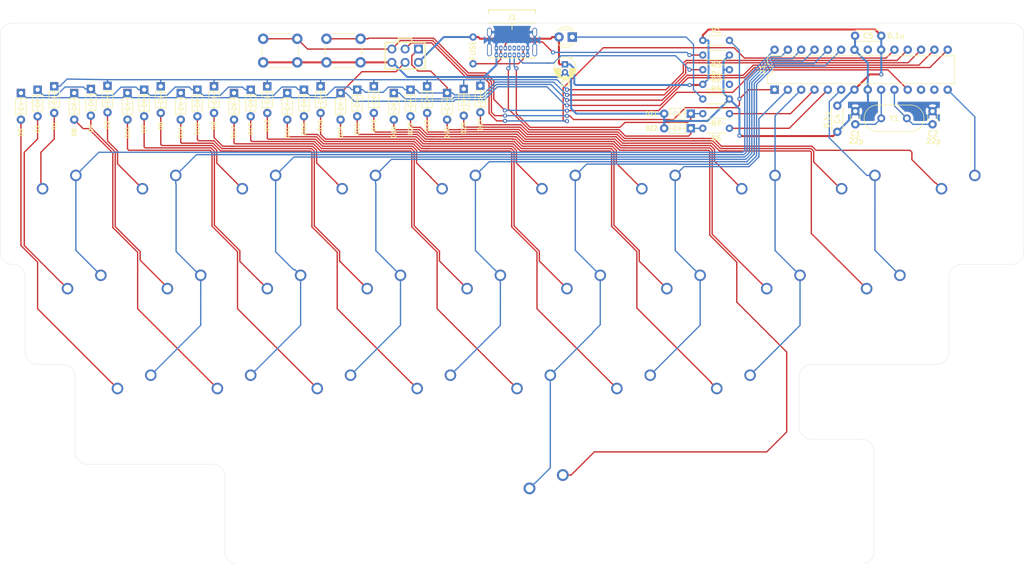
<source format=kicad_pcb>
(kicad_pcb (version 20171130) (host pcbnew "(5.1.5)-3")
  (layers (0 F.Cu signal) (31 B.Cu signal) (34 B.Paste user) (35 F.Paste user) (36 B.SilkS user) (37 F.SilkS user) (38 B.Mask user) (39 F.Mask user) (44 Edge.Cuts user))
  (net 0 "")
  (net 1 GND)
  (net 2 XTAL1)
  (net 3 XTAL2)
  (net 4 +5V)
  (net 5 "Net-(D1-Pad2)")
  (net 6 ROW0)
  (net 7 "Net-(D2-Pad2)")
  (net 8 ROW1)
  (net 9 "Net-(D3-Pad2)")
  (net 10 "Net-(D4-Pad2)")
  (net 11 "Net-(D5-Pad2)")
  (net 12 ROW2)
  (net 13 "Net-(D6-Pad2)")
  (net 14 "Net-(D7-Pad2)")
  (net 15 "Net-(D8-Pad2)")
  (net 16 "Net-(D9-Pad2)")
  (net 17 "Net-(D10-Pad2)")
  (net 18 "Net-(D11-Pad2)")
  (net 19 "Net-(D12-Pad2)")
  (net 20 "Net-(D13-Pad2)")
  (net 21 "Net-(D14-Pad2)")
  (net 22 "Net-(D15-Pad2)")
  (net 23 "Net-(D16-Pad2)")
  (net 24 "Net-(D17-Pad2)")
  (net 25 "Net-(D18-Pad2)")
  (net 26 ROW3)
  (net 27 "Net-(D19-Pad2)")
  (net 28 "Net-(D20-Pad2)")
  (net 29 "Net-(D21-Pad2)")
  (net 30 "Net-(D22-Pad2)")
  (net 31 "Net-(D23-Pad2)")
  (net 32 "Net-(D24-Pad2)")
  (net 33 "Net-(D25-Pad2)")
  (net 34 "Net-(D26-Pad2)")
  (net 35 "Net-(D27-Pad2)")
  (net 36 "Net-(DZ1-Pad1)")
  (net 37 "Net-(DZ2-Pad1)")
  (net 38 "Net-(F1-Pad2)")
  (net 39 "Net-(J1-PadA5)")
  (net 40 "Net-(J1-PadA8)")
  (net 41 "Net-(J1-PadB8)")
  (net 42 "Net-(J1-PadB5)")
  (net 43 SCK)
  (net 44 RESET)
  (net 45 COL0)
  (net 46 COL5)
  (net 47 COL3)
  (net 48 COL2)
  (net 49 COL4)
  (net 50 COL7)
  (net 51 COL6)
  (net 52 COL8)
  (net 53 COL9)
  (net 54 COL1)
  (net 55 "Net-(LED1-Pad1)")
  (net 56 D-)
  (net 57 D+)
  (net 58 BOOT)
  (net 59 "Net-(U1-Pad13)")
  (net 60 "Net-(U1-Pad12)")
  (net 61 "Net-(U1-Pad21)")
  (module cftkb:Crystal_HC49-4H_Vertical (layer F.Cu) (at 233.934 49.911)
    (fp_text reference Y1 (at 2.44 0.018936) (layer F.SilkS))
    (fp_text value Crystal)
    (pad 1 thru_hole circle (at 0 0) (size 1.5 1.5) (drill 0.8) (layers *.Cu *.Mask) (net 2 XTAL1))
    (pad 2 thru_hole circle (at 4.88 0) (size 1.5 1.5) (drill 0.8) (layers *.Cu *.Mask) (net 3 XTAL2))
  )
  (module Package_DIP:DIP-28_W7.62mm (layer F.Cu) (at 213.58225 44.45 90)
    (fp_text reference U1 (at 3.81 -2.33 90) (layer F.SilkS))
    (fp_text value ATmega328P-PU)
    (pad 28 thru_hole oval (at 7.62 0 90) (size 1.6 1.6) (drill 0.8) (layers *.Cu *.Mask) (net 45 COL0))
    (pad 14 thru_hole oval (at 0 33.02 90) (size 1.6 1.6) (drill 0.8) (layers *.Cu *.Mask) (net 53 COL9))
    (pad 27 thru_hole oval (at 7.62 2.54 90) (size 1.6 1.6) (drill 0.8) (layers *.Cu *.Mask) (net 54 COL1))
    (pad 13 thru_hole oval (at 0 30.48 90) (size 1.6 1.6) (drill 0.8) (layers *.Cu *.Mask) (net 59 "Net-(U1-Pad13)"))
    (pad 26 thru_hole oval (at 7.62 5.08 90) (size 1.6 1.6) (drill 0.8) (layers *.Cu *.Mask) (net 48 COL2))
    (pad 12 thru_hole oval (at 0 27.94 90) (size 1.6 1.6) (drill 0.8) (layers *.Cu *.Mask) (net 60 "Net-(U1-Pad12)"))
    (pad 25 thru_hole oval (at 7.62 7.62 90) (size 1.6 1.6) (drill 0.8) (layers *.Cu *.Mask) (net 47 COL3))
    (pad 11 thru_hole oval (at 0 25.4 90) (size 1.6 1.6) (drill 0.8) (layers *.Cu *.Mask) (net 58 BOOT))
    (pad 24 thru_hole oval (at 7.62 10.16 90) (size 1.6 1.6) (drill 0.8) (layers *.Cu *.Mask) (net 49 COL4))
    (pad 10 thru_hole oval (at 0 22.86 90) (size 1.6 1.6) (drill 0.8) (layers *.Cu *.Mask) (net 3 XTAL2))
    (pad 23 thru_hole oval (at 7.62 12.7 90) (size 1.6 1.6) (drill 0.8) (layers *.Cu *.Mask) (net 46 COL5))
    (pad 9 thru_hole oval (at 0 20.32 90) (size 1.6 1.6) (drill 0.8) (layers *.Cu *.Mask) (net 2 XTAL1))
    (pad 22 thru_hole oval (at 7.62 15.24 90) (size 1.6 1.6) (drill 0.8) (layers *.Cu *.Mask) (net 1 GND))
    (pad 8 thru_hole oval (at 0 17.78 90) (size 1.6 1.6) (drill 0.8) (layers *.Cu *.Mask) (net 1 GND))
    (pad 21 thru_hole oval (at 7.62 17.78 90) (size 1.6 1.6) (drill 0.8) (layers *.Cu *.Mask) (net 61 "Net-(U1-Pad21)"))
    (pad 7 thru_hole oval (at 0 15.24 90) (size 1.6 1.6) (drill 0.8) (layers *.Cu *.Mask) (net 4 +5V))
    (pad 20 thru_hole oval (at 7.62 20.32 90) (size 1.6 1.6) (drill 0.8) (layers *.Cu *.Mask) (net 4 +5V))
    (pad 6 thru_hole oval (at 0 12.7 90) (size 1.6 1.6) (drill 0.8) (layers *.Cu *.Mask) (net 52 COL8))
    (pad 19 thru_hole oval (at 7.62 22.86 90) (size 1.6 1.6) (drill 0.8) (layers *.Cu *.Mask) (net 43 SCK))
    (pad 5 thru_hole oval (at 0 10.16 90) (size 1.6 1.6) (drill 0.8) (layers *.Cu *.Mask) (net 56 D-))
    (pad 18 thru_hole oval (at 7.62 25.4 90) (size 1.6 1.6) (drill 0.8) (layers *.Cu *.Mask) (net 6 ROW0))
    (pad 4 thru_hole oval (at 0 7.62 90) (size 1.6 1.6) (drill 0.8) (layers *.Cu *.Mask) (net 57 D+))
    (pad 17 thru_hole oval (at 7.62 27.94 90) (size 1.6 1.6) (drill 0.8) (layers *.Cu *.Mask) (net 8 ROW1))
    (pad 3 thru_hole oval (at 0 5.08 90) (size 1.6 1.6) (drill 0.8) (layers *.Cu *.Mask) (net 50 COL7))
    (pad 16 thru_hole oval (at 7.62 30.48 90) (size 1.6 1.6) (drill 0.8) (layers *.Cu *.Mask) (net 26 ROW3))
    (pad 2 thru_hole oval (at 0 2.54 90) (size 1.6 1.6) (drill 0.8) (layers *.Cu *.Mask) (net 51 COL6))
    (pad 15 thru_hole oval (at 7.62 33.02 90) (size 1.6 1.6) (drill 0.8) (layers *.Cu *.Mask) (net 12 ROW2))
    (pad 1 thru_hole rect (at 0 0 90) (size 1.6 1.6) (drill 0.8) (layers *.Cu *.Mask) (net 44 RESET))
  )
  (module cftkb:SW_Cherry_MX1A_1.00u_PCB-NOSCREEN (layer F.Cu) (at 213.6775 60.80125)
    (fp_text reference KC_I1)
    (fp_text value MX-NoLED)
    (pad 1 thru_hole circle (at 0 0) (size 2.2 2.2) (drill 1.5) (layers *.Cu *.Mask) (net 50 COL7))
    (pad 2 thru_hole circle (at -6.35 2.54) (size 2.2 2.2) (drill 1.5) (layers *.Cu *.Mask) (net 30 "Net-(D22-Pad2)"))
    (pad "" np_thru_hole circle (at -2.54 5.08) (size 4 4) (drill 4) (layers *.Cu *.Mask))
    (pad "" np_thru_hole circle (at -7.62 5.08) (size 1.7 1.7) (drill 1.7) (layers *.Cu *.Mask))
    (pad "" np_thru_hole circle (at 2.54 5.08) (size 1.7 1.7) (drill 1.7) (layers *.Cu *.Mask))
  )
  (module cftkb:SW_Cherry_MX1A_1.00u_PCB-NOSCREEN (layer F.Cu) (at 80.3275 60.80125)
    (fp_text reference KC_Q1)
    (fp_text value MX-NoLED)
    (pad 1 thru_hole circle (at 0 0) (size 2.2 2.2) (drill 1.5) (layers *.Cu *.Mask) (net 45 COL0))
    (pad 2 thru_hole circle (at -6.35 2.54) (size 2.2 2.2) (drill 1.5) (layers *.Cu *.Mask) (net 5 "Net-(D1-Pad2)"))
    (pad "" np_thru_hole circle (at -2.54 5.08) (size 4 4) (drill 4) (layers *.Cu *.Mask))
    (pad "" np_thru_hole circle (at -7.62 5.08) (size 1.7 1.7) (drill 1.7) (layers *.Cu *.Mask))
    (pad "" np_thru_hole circle (at 2.54 5.08) (size 1.7 1.7) (drill 1.7) (layers *.Cu *.Mask))
  )
  (module MX_Only:MXOnly-6.25U-NoLED (layer F.Cu) (at 170.65625 123.03125)
    (fp_text reference KC_SPC1)
    (fp_text value MX-NoLED)
    (pad 2 thru_hole circle (at 2.54 -5.08) (size 2.25 2.25) (drill 1.47) (layers *.Cu B.Mask) (net 25 "Net-(D18-Pad2)"))
    (pad "" np_thru_hole circle (at 0 0) (size 3.9878 3.9878) (drill 3.9878) (layers *.Cu *.Mask))
    (pad 1 thru_hole circle (at -3.81 -2.54) (size 2.25 2.25) (drill 1.47) (layers *.Cu B.Mask) (net 46 COL5))
    (pad "" np_thru_hole circle (at -5.08 0 48.0996) (size 1.75 1.75) (drill 1.75) (layers *.Cu *.Mask))
    (pad "" np_thru_hole circle (at 5.08 0 48.0996) (size 1.75 1.75) (drill 1.75) (layers *.Cu *.Mask))
    (pad "" np_thru_hole circle (at -49.9999 -6.985) (size 3.048 3.048) (drill 3.048) (layers *.Cu *.Mask))
    (pad "" np_thru_hole circle (at 49.9999 -6.985) (size 3.048 3.048) (drill 3.048) (layers *.Cu *.Mask))
    (pad "" np_thru_hole circle (at -49.9999 8.255) (size 3.9878 3.9878) (drill 3.9878) (layers *.Cu *.Mask))
    (pad "" np_thru_hole circle (at 49.9999 8.255) (size 3.9878 3.9878) (drill 3.9878) (layers *.Cu *.Mask))
  )
  (module cftkb:SW_PUSH_6mm (layer F.Cu) (at 134.62 39.243 180)
    (fp_text reference SW2)
    (fp_text value SW_Push)
    (pad 1 thru_hole circle (at 6.5 0 270) (size 2 2) (drill 1.1) (layers *.Cu *.Mask) (net 1 GND))
    (pad 2 thru_hole circle (at 6.5 4.5 270) (size 2 2) (drill 1.1) (layers *.Cu *.Mask) (net 58 BOOT))
    (pad 1 thru_hole circle (at 0 0 270) (size 2 2) (drill 1.1) (layers *.Cu *.Mask) (net 1 GND))
    (pad 2 thru_hole circle (at 0 4.5 270) (size 2 2) (drill 1.1) (layers *.Cu *.Mask) (net 58 BOOT))
  )
  (module cftkb:SW_PUSH_6mm (layer F.Cu) (at 122.555 39.243 180)
    (fp_text reference SW1)
    (fp_text value RESET)
    (pad 1 thru_hole circle (at 6.5 0 270) (size 2 2) (drill 1.1) (layers *.Cu *.Mask) (net 1 GND))
    (pad 2 thru_hole circle (at 6.5 4.5 270) (size 2 2) (drill 1.1) (layers *.Cu *.Mask) (net 44 RESET))
    (pad 1 thru_hole circle (at 0 0 270) (size 2 2) (drill 1.1) (layers *.Cu *.Mask) (net 1 GND))
    (pad 2 thru_hole circle (at 0 4.5 270) (size 2 2) (drill 1.1) (layers *.Cu *.Mask) (net 44 RESET))
  )
  (module cftkb:R_Axial_DIN0204_L3.6mm_D1.6mm_P5.08mm_Horizontal (layer F.Cu) (at 204.978 49.022 180)
    (fp_text reference R7 (at 2.54 -1.92) (layer F.SilkS))
    (fp_text value 75)
    (pad 2 thru_hole oval (at 5.08 0 180) (size 1.4 1.4) (drill 0.7) (layers *.Cu *.Mask) (net 36 "Net-(DZ1-Pad1)"))
    (pad 1 thru_hole circle (at 0 0 180) (size 1.4 1.4) (drill 0.7) (layers *.Cu *.Mask) (net 57 D+))
  )
  (module cftkb:R_Axial_DIN0204_L3.6mm_D1.6mm_P5.08mm_Horizontal (layer F.Cu) (at 204.978 51.816 180)
    (fp_text reference R6 (at 2.54 -1.92) (layer F.SilkS))
    (fp_text value 75)
    (pad 2 thru_hole oval (at 5.08 0 180) (size 1.4 1.4) (drill 0.7) (layers *.Cu *.Mask) (net 37 "Net-(DZ2-Pad1)"))
    (pad 1 thru_hole circle (at 0 0 180) (size 1.4 1.4) (drill 0.7) (layers *.Cu *.Mask) (net 56 D-))
  )
  (module cftkb:R_Axial_DIN0204_L3.6mm_D1.6mm_P5.08mm_Horizontal (layer F.Cu) (at 199.898 46.228)
    (fp_text reference R5 (at 2.54 -1.92) (layer F.SilkS))
    (fp_text value 1.5k)
    (pad 2 thru_hole oval (at 5.08 0) (size 1.4 1.4) (drill 0.7) (layers *.Cu *.Mask) (net 1 GND))
    (pad 1 thru_hole circle (at 0 0) (size 1.4 1.4) (drill 0.7) (layers *.Cu *.Mask) (net 55 "Net-(LED1-Pad1)"))
  )
  (module cftkb:R_Axial_DIN0204_L3.6mm_D1.6mm_P5.08mm_Horizontal (layer F.Cu) (at 199.898 43.434)
    (fp_text reference R4 (at 2.54 -1.92) (layer F.SilkS))
    (fp_text value 1.5k)
    (pad 2 thru_hole oval (at 5.08 0) (size 1.4 1.4) (drill 0.7) (layers *.Cu *.Mask) (net 37 "Net-(DZ2-Pad1)"))
    (pad 1 thru_hole circle (at 0 0) (size 1.4 1.4) (drill 0.7) (layers *.Cu *.Mask) (net 4 +5V))
  )
  (module cftkb:R_Axial_DIN0204_L3.6mm_D1.6mm_P5.08mm_Horizontal (layer F.Cu) (at 204.978 37.846 180)
    (fp_text reference R3 (at 2.54 -1.92) (layer F.SilkS))
    (fp_text value 5.1k)
    (pad 2 thru_hole oval (at 5.08 0 180) (size 1.4 1.4) (drill 0.7) (layers *.Cu *.Mask) (net 42 "Net-(J1-PadB5)"))
    (pad 1 thru_hole circle (at 0 0 180) (size 1.4 1.4) (drill 0.7) (layers *.Cu *.Mask) (net 1 GND))
  )
  (module cftkb:R_Axial_DIN0204_L3.6mm_D1.6mm_P5.08mm_Horizontal (layer F.Cu) (at 204.978 40.64 180)
    (fp_text reference R2 (at 2.54 -1.92) (layer F.SilkS))
    (fp_text value 5.1k)
    (pad 2 thru_hole oval (at 5.08 0 180) (size 1.4 1.4) (drill 0.7) (layers *.Cu *.Mask) (net 39 "Net-(J1-PadA5)"))
    (pad 1 thru_hole circle (at 0 0 180) (size 1.4 1.4) (drill 0.7) (layers *.Cu *.Mask) (net 1 GND))
  )
  (module cftkb:R_Axial_DIN0204_L3.6mm_D1.6mm_P5.08mm_Horizontal (layer F.Cu) (at 199.898 35.052)
    (fp_text reference R1 (at 2.54 -1.92) (layer F.SilkS))
    (fp_text value 10k)
    (pad 2 thru_hole oval (at 5.08 0) (size 1.4 1.4) (drill 0.7) (layers *.Cu *.Mask) (net 44 RESET))
    (pad 1 thru_hole circle (at 0 0) (size 1.4 1.4) (drill 0.7) (layers *.Cu *.Mask) (net 4 +5V))
  )
  (module cftkb:LED_D3.0mm (layer F.Cu) (at 175.006 34.417 180)
    (fp_text reference LED1)
    (fp_text value POWER)
    (pad 2 thru_hole circle (at 2.54 0 180) (size 1.8 1.8) (drill 0.9) (layers *.Cu *.Mask) (net 4 +5V))
    (pad 1 thru_hole rect (at 0 0 180) (size 1.8 1.8) (drill 0.9) (layers *.Cu *.Mask) (net 55 "Net-(LED1-Pad1)"))
  )
  (module cftkb:SW_Cherry_MX1A_1.00u_PCB-NOSCREEN (layer F.Cu) (at 94.615 98.90125)
    (fp_text reference KC_Z1)
    (fp_text value MX-NoLED)
    (pad 1 thru_hole circle (at 0 0) (size 2.2 2.2) (drill 1.5) (layers *.Cu *.Mask) (net 54 COL1))
    (pad 2 thru_hole circle (at -6.35 2.54) (size 2.2 2.2) (drill 1.5) (layers *.Cu *.Mask) (net 11 "Net-(D5-Pad2)"))
    (pad "" np_thru_hole circle (at -2.54 5.08) (size 4 4) (drill 4) (layers *.Cu *.Mask))
    (pad "" np_thru_hole circle (at -7.62 5.08) (size 1.7 1.7) (drill 1.7) (layers *.Cu *.Mask))
    (pad "" np_thru_hole circle (at 2.54 5.08) (size 1.7 1.7) (drill 1.7) (layers *.Cu *.Mask))
  )
  (module cftkb:SW_Cherry_MX1A_1.00u_PCB-NOSCREEN (layer F.Cu) (at 175.5775 60.80125)
    (fp_text reference KC_Y1)
    (fp_text value MX-NoLED)
    (pad 1 thru_hole circle (at 0 0) (size 2.2 2.2) (drill 1.5) (layers *.Cu *.Mask) (net 46 COL5))
    (pad 2 thru_hole circle (at -6.35 2.54) (size 2.2 2.2) (drill 1.5) (layers *.Cu *.Mask) (net 22 "Net-(D15-Pad2)"))
    (pad "" np_thru_hole circle (at -2.54 5.08) (size 4 4) (drill 4) (layers *.Cu *.Mask))
    (pad "" np_thru_hole circle (at -7.62 5.08) (size 1.7 1.7) (drill 1.7) (layers *.Cu *.Mask))
    (pad "" np_thru_hole circle (at 2.54 5.08) (size 1.7 1.7) (drill 1.7) (layers *.Cu *.Mask))
  )
  (module cftkb:SW_Cherry_MX1A_1.00u_PCB-NOSCREEN (layer F.Cu) (at 113.665 98.90125)
    (fp_text reference KC_X1)
    (fp_text value MX-NoLED)
    (pad 1 thru_hole circle (at 0 0) (size 2.2 2.2) (drill 1.5) (layers *.Cu *.Mask) (net 48 COL2))
    (pad 2 thru_hole circle (at -6.35 2.54) (size 2.2 2.2) (drill 1.5) (layers *.Cu *.Mask) (net 15 "Net-(D8-Pad2)"))
    (pad "" np_thru_hole circle (at -2.54 5.08) (size 4 4) (drill 4) (layers *.Cu *.Mask))
    (pad "" np_thru_hole circle (at -7.62 5.08) (size 1.7 1.7) (drill 1.7) (layers *.Cu *.Mask))
    (pad "" np_thru_hole circle (at 2.54 5.08) (size 1.7 1.7) (drill 1.7) (layers *.Cu *.Mask))
  )
  (module cftkb:SW_Cherry_MX1A_1.00u_PCB-NOSCREEN (layer F.Cu) (at 99.3775 60.80125)
    (fp_text reference KC_W1)
    (fp_text value MX-NoLED)
    (pad 1 thru_hole circle (at 0 0) (size 2.2 2.2) (drill 1.5) (layers *.Cu *.Mask) (net 54 COL1))
    (pad 2 thru_hole circle (at -6.35 2.54) (size 2.2 2.2) (drill 1.5) (layers *.Cu *.Mask) (net 9 "Net-(D3-Pad2)"))
    (pad "" np_thru_hole circle (at -2.54 5.08) (size 4 4) (drill 4) (layers *.Cu *.Mask))
    (pad "" np_thru_hole circle (at -7.62 5.08) (size 1.7 1.7) (drill 1.7) (layers *.Cu *.Mask))
    (pad "" np_thru_hole circle (at 2.54 5.08) (size 1.7 1.7) (drill 1.7) (layers *.Cu *.Mask))
  )
  (module cftkb:SW_Cherry_MX1A_1.00u_PCB-NOSCREEN (layer F.Cu) (at 151.765 98.90125)
    (fp_text reference KC_V1)
    (fp_text value MX-NoLED)
    (pad 1 thru_hole circle (at 0 0) (size 2.2 2.2) (drill 1.5) (layers *.Cu *.Mask) (net 49 COL4))
    (pad 2 thru_hole circle (at -6.35 2.54) (size 2.2 2.2) (drill 1.5) (layers *.Cu *.Mask) (net 21 "Net-(D14-Pad2)"))
    (pad "" np_thru_hole circle (at -2.54 5.08) (size 4 4) (drill 4) (layers *.Cu *.Mask))
    (pad "" np_thru_hole circle (at -7.62 5.08) (size 1.7 1.7) (drill 1.7) (layers *.Cu *.Mask))
    (pad "" np_thru_hole circle (at 2.54 5.08) (size 1.7 1.7) (drill 1.7) (layers *.Cu *.Mask))
  )
  (module cftkb:SW_Cherry_MX1A_1.00u_PCB-NOSCREEN (layer F.Cu) (at 194.6275 60.80125)
    (fp_text reference KC_U1)
    (fp_text value MX-NoLED)
    (pad 1 thru_hole circle (at 0 0) (size 2.2 2.2) (drill 1.5) (layers *.Cu *.Mask) (net 51 COL6))
    (pad 2 thru_hole circle (at -6.35 2.54) (size 2.2 2.2) (drill 1.5) (layers *.Cu *.Mask) (net 27 "Net-(D19-Pad2)"))
    (pad "" np_thru_hole circle (at -2.54 5.08) (size 4 4) (drill 4) (layers *.Cu *.Mask))
    (pad "" np_thru_hole circle (at -7.62 5.08) (size 1.7 1.7) (drill 1.7) (layers *.Cu *.Mask))
    (pad "" np_thru_hole circle (at 2.54 5.08) (size 1.7 1.7) (drill 1.7) (layers *.Cu *.Mask))
  )
  (module cftkb:SW_Cherry_MX1A_1.00u_PCB-NOSCREEN (layer F.Cu) (at 156.5275 60.80125)
    (fp_text reference KC_T1)
    (fp_text value MX-NoLED)
    (pad 1 thru_hole circle (at 0 0) (size 2.2 2.2) (drill 1.5) (layers *.Cu *.Mask) (net 49 COL4))
    (pad 2 thru_hole circle (at -6.35 2.54) (size 2.2 2.2) (drill 1.5) (layers *.Cu *.Mask) (net 19 "Net-(D12-Pad2)"))
    (pad "" np_thru_hole circle (at -2.54 5.08) (size 4 4) (drill 4) (layers *.Cu *.Mask))
    (pad "" np_thru_hole circle (at -7.62 5.08) (size 1.7 1.7) (drill 1.7) (layers *.Cu *.Mask))
    (pad "" np_thru_hole circle (at 2.54 5.08) (size 1.7 1.7) (drill 1.7) (layers *.Cu *.Mask))
  )
  (module cftkb:SW_Cherry_MX1A_1.00u_PCB-NOSCREEN (layer F.Cu) (at 104.14 79.85125)
    (fp_text reference KC_S1)
    (fp_text value MX-NoLED)
    (pad 1 thru_hole circle (at 0 0) (size 2.2 2.2) (drill 1.5) (layers *.Cu *.Mask) (net 54 COL1))
    (pad 2 thru_hole circle (at -6.35 2.54) (size 2.2 2.2) (drill 1.5) (layers *.Cu *.Mask) (net 10 "Net-(D4-Pad2)"))
    (pad "" np_thru_hole circle (at -2.54 5.08) (size 4 4) (drill 4) (layers *.Cu *.Mask))
    (pad "" np_thru_hole circle (at -7.62 5.08) (size 1.7 1.7) (drill 1.7) (layers *.Cu *.Mask))
    (pad "" np_thru_hole circle (at 2.54 5.08) (size 1.7 1.7) (drill 1.7) (layers *.Cu *.Mask))
  )
  (module cftkb:SW_Cherry_MX1A_1.00u_PCB-NOSCREEN (layer F.Cu) (at 137.4775 60.80125)
    (fp_text reference KC_R1)
    (fp_text value MX-NoLED)
    (pad 1 thru_hole circle (at 0 0) (size 2.2 2.2) (drill 1.5) (layers *.Cu *.Mask) (net 47 COL3))
    (pad 2 thru_hole circle (at -6.35 2.54) (size 2.2 2.2) (drill 1.5) (layers *.Cu *.Mask) (net 16 "Net-(D9-Pad2)"))
    (pad "" np_thru_hole circle (at -2.54 5.08) (size 4 4) (drill 4) (layers *.Cu *.Mask))
    (pad "" np_thru_hole circle (at -7.62 5.08) (size 1.7 1.7) (drill 1.7) (layers *.Cu *.Mask))
    (pad "" np_thru_hole circle (at 2.54 5.08) (size 1.7 1.7) (drill 1.7) (layers *.Cu *.Mask))
  )
  (module cftkb:SW_Cherry_MX1A_1.00u_PCB-NOSCREEN (layer F.Cu) (at 251.7775 60.80125)
    (fp_text reference KC_P1)
    (fp_text value MX-NoLED)
    (pad 1 thru_hole circle (at 0 0) (size 2.2 2.2) (drill 1.5) (layers *.Cu *.Mask) (net 53 COL9))
    (pad 2 thru_hole circle (at -6.35 2.54) (size 2.2 2.2) (drill 1.5) (layers *.Cu *.Mask) (net 35 "Net-(D27-Pad2)"))
    (pad "" np_thru_hole circle (at -2.54 5.08) (size 4 4) (drill 4) (layers *.Cu *.Mask))
    (pad "" np_thru_hole circle (at -7.62 5.08) (size 1.7 1.7) (drill 1.7) (layers *.Cu *.Mask))
    (pad "" np_thru_hole circle (at 2.54 5.08) (size 1.7 1.7) (drill 1.7) (layers *.Cu *.Mask))
  )
  (module cftkb:SW_Cherry_MX1A_1.00u_PCB-NOSCREEN (layer F.Cu) (at 232.7275 60.80125)
    (fp_text reference KC_O1)
    (fp_text value MX-NoLED)
    (pad 1 thru_hole circle (at 0 0) (size 2.2 2.2) (drill 1.5) (layers *.Cu *.Mask) (net 52 COL8))
    (pad 2 thru_hole circle (at -6.35 2.54) (size 2.2 2.2) (drill 1.5) (layers *.Cu *.Mask) (net 33 "Net-(D25-Pad2)"))
    (pad "" np_thru_hole circle (at -2.54 5.08) (size 4 4) (drill 4) (layers *.Cu *.Mask))
    (pad "" np_thru_hole circle (at -7.62 5.08) (size 1.7 1.7) (drill 1.7) (layers *.Cu *.Mask))
    (pad "" np_thru_hole circle (at 2.54 5.08) (size 1.7 1.7) (drill 1.7) (layers *.Cu *.Mask))
  )
  (module cftkb:SW_Cherry_MX1A_1.00u_PCB-NOSCREEN (layer F.Cu) (at 189.865 98.90125)
    (fp_text reference KC_N1)
    (fp_text value MX-NoLED)
    (pad 1 thru_hole circle (at 0 0) (size 2.2 2.2) (drill 1.5) (layers *.Cu *.Mask) (net 51 COL6))
    (pad 2 thru_hole circle (at -6.35 2.54) (size 2.2 2.2) (drill 1.5) (layers *.Cu *.Mask) (net 29 "Net-(D21-Pad2)"))
    (pad "" np_thru_hole circle (at -2.54 5.08) (size 4 4) (drill 4) (layers *.Cu *.Mask))
    (pad "" np_thru_hole circle (at -7.62 5.08) (size 1.7 1.7) (drill 1.7) (layers *.Cu *.Mask))
    (pad "" np_thru_hole circle (at 2.54 5.08) (size 1.7 1.7) (drill 1.7) (layers *.Cu *.Mask))
  )
  (module cftkb:SW_Cherry_MX1A_1.00u_PCB-NOSCREEN (layer F.Cu) (at 208.915 98.90125)
    (fp_text reference KC_M1)
    (fp_text value MX-NoLED)
    (pad 1 thru_hole circle (at 0 0) (size 2.2 2.2) (drill 1.5) (layers *.Cu *.Mask) (net 50 COL7))
    (pad 2 thru_hole circle (at -6.35 2.54) (size 2.2 2.2) (drill 1.5) (layers *.Cu *.Mask) (net 32 "Net-(D24-Pad2)"))
    (pad "" np_thru_hole circle (at -2.54 5.08) (size 4 4) (drill 4) (layers *.Cu *.Mask))
    (pad "" np_thru_hole circle (at -7.62 5.08) (size 1.7 1.7) (drill 1.7) (layers *.Cu *.Mask))
    (pad "" np_thru_hole circle (at 2.54 5.08) (size 1.7 1.7) (drill 1.7) (layers *.Cu *.Mask))
  )
  (module cftkb:SW_Cherry_MX1A_1.00u_PCB-NOSCREEN (layer F.Cu) (at 237.49 79.85125)
    (fp_text reference KC_L1)
    (fp_text value MX-NoLED)
    (pad 1 thru_hole circle (at 0 0) (size 2.2 2.2) (drill 1.5) (layers *.Cu *.Mask) (net 52 COL8))
    (pad 2 thru_hole circle (at -6.35 2.54) (size 2.2 2.2) (drill 1.5) (layers *.Cu *.Mask) (net 34 "Net-(D26-Pad2)"))
    (pad "" np_thru_hole circle (at -2.54 5.08) (size 4 4) (drill 4) (layers *.Cu *.Mask))
    (pad "" np_thru_hole circle (at -7.62 5.08) (size 1.7 1.7) (drill 1.7) (layers *.Cu *.Mask))
    (pad "" np_thru_hole circle (at 2.54 5.08) (size 1.7 1.7) (drill 1.7) (layers *.Cu *.Mask))
  )
  (module cftkb:SW_Cherry_MX1A_1.00u_PCB-NOSCREEN (layer F.Cu) (at 218.44 79.85125)
    (fp_text reference KC_K1)
    (fp_text value MX-NoLED)
    (pad 1 thru_hole circle (at 0 0) (size 2.2 2.2) (drill 1.5) (layers *.Cu *.Mask) (net 50 COL7))
    (pad 2 thru_hole circle (at -6.35 2.54) (size 2.2 2.2) (drill 1.5) (layers *.Cu *.Mask) (net 31 "Net-(D23-Pad2)"))
    (pad "" np_thru_hole circle (at -2.54 5.08) (size 4 4) (drill 4) (layers *.Cu *.Mask))
    (pad "" np_thru_hole circle (at -7.62 5.08) (size 1.7 1.7) (drill 1.7) (layers *.Cu *.Mask))
    (pad "" np_thru_hole circle (at 2.54 5.08) (size 1.7 1.7) (drill 1.7) (layers *.Cu *.Mask))
  )
  (module cftkb:SW_Cherry_MX1A_1.00u_PCB-NOSCREEN (layer F.Cu) (at 199.39 79.85125)
    (fp_text reference KC_J1)
    (fp_text value MX-NoLED)
    (pad 1 thru_hole circle (at 0 0) (size 2.2 2.2) (drill 1.5) (layers *.Cu *.Mask) (net 51 COL6))
    (pad 2 thru_hole circle (at -6.35 2.54) (size 2.2 2.2) (drill 1.5) (layers *.Cu *.Mask) (net 28 "Net-(D20-Pad2)"))
    (pad "" np_thru_hole circle (at -2.54 5.08) (size 4 4) (drill 4) (layers *.Cu *.Mask))
    (pad "" np_thru_hole circle (at -7.62 5.08) (size 1.7 1.7) (drill 1.7) (layers *.Cu *.Mask))
    (pad "" np_thru_hole circle (at 2.54 5.08) (size 1.7 1.7) (drill 1.7) (layers *.Cu *.Mask))
  )
  (module cftkb:SW_Cherry_MX1A_1.00u_PCB-NOSCREEN (layer F.Cu) (at 180.34 79.85125)
    (fp_text reference KC_H1)
    (fp_text value MX-NoLED)
    (pad 1 thru_hole circle (at 0 0) (size 2.2 2.2) (drill 1.5) (layers *.Cu *.Mask) (net 46 COL5))
    (pad 2 thru_hole circle (at -6.35 2.54) (size 2.2 2.2) (drill 1.5) (layers *.Cu *.Mask) (net 23 "Net-(D16-Pad2)"))
    (pad "" np_thru_hole circle (at -2.54 5.08) (size 4 4) (drill 4) (layers *.Cu *.Mask))
    (pad "" np_thru_hole circle (at -7.62 5.08) (size 1.7 1.7) (drill 1.7) (layers *.Cu *.Mask))
    (pad "" np_thru_hole circle (at 2.54 5.08) (size 1.7 1.7) (drill 1.7) (layers *.Cu *.Mask))
  )
  (module cftkb:SW_Cherry_MX1A_1.00u_PCB-NOSCREEN (layer F.Cu) (at 161.29 79.85125)
    (fp_text reference KC_G1)
    (fp_text value MX-NoLED)
    (pad 1 thru_hole circle (at 0 0) (size 2.2 2.2) (drill 1.5) (layers *.Cu *.Mask) (net 49 COL4))
    (pad 2 thru_hole circle (at -6.35 2.54) (size 2.2 2.2) (drill 1.5) (layers *.Cu *.Mask) (net 20 "Net-(D13-Pad2)"))
    (pad "" np_thru_hole circle (at -2.54 5.08) (size 4 4) (drill 4) (layers *.Cu *.Mask))
    (pad "" np_thru_hole circle (at -7.62 5.08) (size 1.7 1.7) (drill 1.7) (layers *.Cu *.Mask))
    (pad "" np_thru_hole circle (at 2.54 5.08) (size 1.7 1.7) (drill 1.7) (layers *.Cu *.Mask))
  )
  (module cftkb:SW_Cherry_MX1A_1.00u_PCB-NOSCREEN (layer F.Cu) (at 142.24 79.85125)
    (fp_text reference KC_F1)
    (fp_text value MX-NoLED)
    (pad 1 thru_hole circle (at 0 0) (size 2.2 2.2) (drill 1.5) (layers *.Cu *.Mask) (net 47 COL3))
    (pad 2 thru_hole circle (at -6.35 2.54) (size 2.2 2.2) (drill 1.5) (layers *.Cu *.Mask) (net 17 "Net-(D10-Pad2)"))
    (pad "" np_thru_hole circle (at -2.54 5.08) (size 4 4) (drill 4) (layers *.Cu *.Mask))
    (pad "" np_thru_hole circle (at -7.62 5.08) (size 1.7 1.7) (drill 1.7) (layers *.Cu *.Mask))
    (pad "" np_thru_hole circle (at 2.54 5.08) (size 1.7 1.7) (drill 1.7) (layers *.Cu *.Mask))
  )
  (module cftkb:SW_Cherry_MX1A_1.00u_PCB-NOSCREEN (layer F.Cu) (at 118.4275 60.80125)
    (fp_text reference KC_E1)
    (fp_text value MX-NoLED)
    (pad 1 thru_hole circle (at 0 0) (size 2.2 2.2) (drill 1.5) (layers *.Cu *.Mask) (net 48 COL2))
    (pad 2 thru_hole circle (at -6.35 2.54) (size 2.2 2.2) (drill 1.5) (layers *.Cu *.Mask) (net 13 "Net-(D6-Pad2)"))
    (pad "" np_thru_hole circle (at -2.54 5.08) (size 4 4) (drill 4) (layers *.Cu *.Mask))
    (pad "" np_thru_hole circle (at -7.62 5.08) (size 1.7 1.7) (drill 1.7) (layers *.Cu *.Mask))
    (pad "" np_thru_hole circle (at 2.54 5.08) (size 1.7 1.7) (drill 1.7) (layers *.Cu *.Mask))
  )
  (module cftkb:SW_Cherry_MX1A_1.00u_PCB-NOSCREEN (layer F.Cu) (at 123.19 79.85125)
    (fp_text reference KC_D1)
    (fp_text value MX-NoLED)
    (pad 1 thru_hole circle (at 0 0) (size 2.2 2.2) (drill 1.5) (layers *.Cu *.Mask) (net 48 COL2))
    (pad 2 thru_hole circle (at -6.35 2.54) (size 2.2 2.2) (drill 1.5) (layers *.Cu *.Mask) (net 14 "Net-(D7-Pad2)"))
    (pad "" np_thru_hole circle (at -2.54 5.08) (size 4 4) (drill 4) (layers *.Cu *.Mask))
    (pad "" np_thru_hole circle (at -7.62 5.08) (size 1.7 1.7) (drill 1.7) (layers *.Cu *.Mask))
    (pad "" np_thru_hole circle (at 2.54 5.08) (size 1.7 1.7) (drill 1.7) (layers *.Cu *.Mask))
  )
  (module cftkb:SW_Cherry_MX1A_1.00u_PCB-NOSCREEN (layer F.Cu) (at 132.715 98.90125)
    (fp_text reference KC_C1)
    (fp_text value MX-NoLED)
    (pad 1 thru_hole circle (at 0 0) (size 2.2 2.2) (drill 1.5) (layers *.Cu *.Mask) (net 47 COL3))
    (pad 2 thru_hole circle (at -6.35 2.54) (size 2.2 2.2) (drill 1.5) (layers *.Cu *.Mask) (net 18 "Net-(D11-Pad2)"))
    (pad "" np_thru_hole circle (at -2.54 5.08) (size 4 4) (drill 4) (layers *.Cu *.Mask))
    (pad "" np_thru_hole circle (at -7.62 5.08) (size 1.7 1.7) (drill 1.7) (layers *.Cu *.Mask))
    (pad "" np_thru_hole circle (at 2.54 5.08) (size 1.7 1.7) (drill 1.7) (layers *.Cu *.Mask))
  )
  (module cftkb:SW_Cherry_MX1A_1.00u_PCB-NOSCREEN (layer F.Cu) (at 170.815 98.90125)
    (fp_text reference KC_B1)
    (fp_text value MX-NoLED)
    (pad 1 thru_hole circle (at 0 0) (size 2.2 2.2) (drill 1.5) (layers *.Cu *.Mask) (net 46 COL5))
    (pad 2 thru_hole circle (at -6.35 2.54) (size 2.2 2.2) (drill 1.5) (layers *.Cu *.Mask) (net 24 "Net-(D17-Pad2)"))
    (pad "" np_thru_hole circle (at -2.54 5.08) (size 4 4) (drill 4) (layers *.Cu *.Mask))
    (pad "" np_thru_hole circle (at -7.62 5.08) (size 1.7 1.7) (drill 1.7) (layers *.Cu *.Mask))
    (pad "" np_thru_hole circle (at 2.54 5.08) (size 1.7 1.7) (drill 1.7) (layers *.Cu *.Mask))
  )
  (module cftkb:SW_Cherry_MX1A_1.00u_PCB-NOSCREEN (layer F.Cu) (at 85.09 79.85125)
    (fp_text reference KC_A1)
    (fp_text value MX-NoLED)
    (pad 1 thru_hole circle (at 0 0) (size 2.2 2.2) (drill 1.5) (layers *.Cu *.Mask) (net 45 COL0))
    (pad 2 thru_hole circle (at -6.35 2.54) (size 2.2 2.2) (drill 1.5) (layers *.Cu *.Mask) (net 7 "Net-(D2-Pad2)"))
    (pad "" np_thru_hole circle (at -2.54 5.08) (size 4 4) (drill 4) (layers *.Cu *.Mask))
    (pad "" np_thru_hole circle (at -7.62 5.08) (size 1.7 1.7) (drill 1.7) (layers *.Cu *.Mask))
    (pad "" np_thru_hole circle (at 2.54 5.08) (size 1.7 1.7) (drill 1.7) (layers *.Cu *.Mask))
  )
  (module cftkb:AVR_ICSP_3x2 (layer F.Cu) (at 143.129 37.973 180)
    (fp_text reference J2 hide)
    (fp_text value AVR-ISP-6 hide)
    (pad 1 thru_hole rect (at -2.54 1.27 180) (size 1.7 1.7) (drill 1.016) (layers *.Cu *.Mask) (net 8 ROW1))
    (pad 2 thru_hole circle (at -2.54 -1.27 180) (size 1.7 1.7) (drill 1.016) (layers *.Cu *.Mask) (net 4 +5V))
    (pad 3 thru_hole circle (at 0 1.27 180) (size 1.7 1.7) (drill 1.016) (layers *.Cu *.Mask) (net 43 SCK))
    (pad 4 thru_hole circle (at 0 -1.27 180) (size 1.7 1.7) (drill 1.016) (layers *.Cu *.Mask) (net 12 ROW2))
    (pad 5 thru_hole circle (at 2.54 1.27 180) (size 1.7 1.7) (drill 1.016) (layers *.Cu *.Mask) (net 44 RESET))
    (pad 6 thru_hole circle (at 2.54 -1.27 180) (size 1.7 1.7) (drill 1.016) (layers *.Cu *.Mask) (net 1 GND))
  )
  (module cftkb:USB_C_GCT_USB4085 (layer F.Cu) (at 163.5125 31.75 180)
    (fp_text reference J1 (at -0.017498 1.13737) (layer F.SilkS))
    (fp_text value USB_C_Receptacle_USB2.0)
    (pad A5 thru_hole oval (at -1.275 -6.1 180) (size 0.65 1) (drill 0.4) (layers *.Cu *.Mask) (net 39 "Net-(J1-PadA5)"))
    (pad A1 thru_hole oval (at -2.975 -6.1 180) (size 0.65 1) (drill 0.4) (layers *.Cu *.Mask) (net 1 GND))
    (pad A4 thru_hole oval (at -2.125 -6.1 180) (size 0.65 1) (drill 0.4) (layers *.Cu *.Mask) (net 38 "Net-(F1-Pad2)"))
    (pad A6 thru_hole oval (at -0.425 -6.1 180) (size 0.65 1) (drill 0.4) (layers *.Cu *.Mask) (net 36 "Net-(DZ1-Pad1)"))
    (pad A7 thru_hole oval (at 0.425 -6.1 180) (size 0.65 1) (drill 0.4) (layers *.Cu *.Mask) (net 37 "Net-(DZ2-Pad1)"))
    (pad A8 thru_hole oval (at 1.275 -6.1 180) (size 0.65 1) (drill 0.4) (layers *.Cu *.Mask) (net 40 "Net-(J1-PadA8)"))
    (pad A9 thru_hole oval (at 2.125 -6.1 180) (size 0.65 1) (drill 0.4) (layers *.Cu *.Mask) (net 38 "Net-(F1-Pad2)"))
    (pad A12 thru_hole oval (at 2.975 -6.1 180) (size 0.65 1) (drill 0.4) (layers *.Cu *.Mask) (net 1 GND))
    (pad B12 thru_hole oval (at -2.975 -4.775 180) (size 0.65 1) (drill 0.4) (layers *.Cu *.Mask) (net 1 GND))
    (pad B9 thru_hole oval (at -2.12 -4.775 180) (size 0.65 1) (drill 0.4) (layers *.Cu *.Mask) (net 38 "Net-(F1-Pad2)"))
    (pad B8 thru_hole oval (at -1.27 -4.775 180) (size 0.65 1) (drill 0.4) (layers *.Cu *.Mask) (net 41 "Net-(J1-PadB8)"))
    (pad B7 thru_hole oval (at -0.42 -4.775 180) (size 0.65 1) (drill 0.4) (layers *.Cu *.Mask) (net 37 "Net-(DZ2-Pad1)"))
    (pad B6 thru_hole oval (at 0.43 -4.775 180) (size 0.65 1) (drill 0.4) (layers *.Cu *.Mask) (net 36 "Net-(DZ1-Pad1)"))
    (pad B5 thru_hole oval (at 1.28 -4.775 180) (size 0.65 1) (drill 0.4) (layers *.Cu *.Mask) (net 42 "Net-(J1-PadB5)"))
    (pad B4 thru_hole oval (at 2.13 -4.775 180) (size 0.65 1) (drill 0.4) (layers *.Cu *.Mask) (net 38 "Net-(F1-Pad2)"))
    (pad B1 thru_hole oval (at 2.98 -4.775 180) (size 0.65 1) (drill 0.4) (layers *.Cu *.Mask) (net 1 GND))
    (pad S1 thru_hole oval (at -4.325 -5.12 180) (size 0.9 2.4) (drill oval 0.6 2.1) (layers *.Cu *.Mask) (net 1 GND))
    (pad S1 thru_hole oval (at 4.325 -5.12 180) (size 0.9 2.4) (drill oval 0.6 2.1) (layers *.Cu *.Mask) (net 1 GND))
    (pad S1 thru_hole oval (at -4.325 -1.74 180) (size 0.9 1.7) (drill oval 0.6 1.4) (layers *.Cu *.Mask) (net 1 GND))
    (pad S1 thru_hole oval (at 4.325 -1.74 180) (size 0.9 1.7) (drill oval 0.6 1.4) (layers *.Cu *.Mask) (net 1 GND))
  )
  (module cftkb:polyfuse_5.1mm (layer F.Cu) (at 156.083 36.957 270)
    (fp_text reference F1)
    (fp_text value 500mA)
    (fp_text user FUSE (at 0.02 0.03 90) (layer F.SilkS))
    (pad 2 thru_hole circle (at 2.55 0 270) (size 1.4 1.4) (drill 0.7) (layers *.Cu *.Mask) (net 38 "Net-(F1-Pad2)"))
    (pad 1 thru_hole circle (at -2.55 0 270) (size 1.4 1.4) (drill 0.7) (layers *.Cu *.Mask) (net 4 +5V))
  )
  (module cftkb:D_DO-35_SOD27_P5.08mm_Horizontal (layer F.Cu) (at 198.882 51.816 180)
    (fp_text reference DZ2 (at 8.77 0) (layer F.SilkS) (effects (font (size 0.8 0.8))))
    (fp_text value 3.6V)
    (pad 2 thru_hole oval (at 6.35 0 180) (size 1.6 1.6) (drill 0.8) (layers *.Cu *.Mask) (net 1 GND))
    (pad 1 thru_hole rect (at 1.27 0 180) (size 1.6 1.6) (drill 0.8) (layers *.Cu *.Mask) (net 37 "Net-(DZ2-Pad1)"))
  )
  (module cftkb:D_DO-35_SOD27_P5.08mm_Horizontal (layer F.Cu) (at 198.882 49.022 180)
    (fp_text reference DZ1 (at 8.77 0) (layer F.SilkS) (effects (font (size 0.8 0.8))))
    (fp_text value 3.6V)
    (pad 2 thru_hole oval (at 6.35 0 180) (size 1.6 1.6) (drill 0.8) (layers *.Cu *.Mask) (net 1 GND))
    (pad 1 thru_hole rect (at 1.27 0 180) (size 1.6 1.6) (drill 0.8) (layers *.Cu *.Mask) (net 36 "Net-(DZ1-Pad1)"))
  )
  (module cftkb:D_DO-35_SOD27_P5.08mm_Horizontal (layer F.Cu) (at 157.48 42.418 270)
    (fp_text reference D27 (at 8.77 0 90) (layer F.SilkS) (effects (font (size 0.8 0.8))))
    (fp_text value D_Small)
    (pad 2 thru_hole oval (at 6.35 0 270) (size 1.6 1.6) (drill 0.8) (layers *.Cu *.Mask) (net 35 "Net-(D27-Pad2)"))
    (pad 1 thru_hole rect (at 1.27 0 270) (size 1.6 1.6) (drill 0.8) (layers *.Cu *.Mask) (net 6 ROW0))
  )
  (module cftkb:D_DO-35_SOD27_P5.08mm_Horizontal (layer F.Cu) (at 151.13 43.815 270)
    (fp_text reference D26 (at 8.77 0 90) (layer F.SilkS) (effects (font (size 0.8 0.8))))
    (fp_text value D_Small)
    (pad 2 thru_hole oval (at 6.35 0 270) (size 1.6 1.6) (drill 0.8) (layers *.Cu *.Mask) (net 34 "Net-(D26-Pad2)"))
    (pad 1 thru_hole rect (at 1.27 0 270) (size 1.6 1.6) (drill 0.8) (layers *.Cu *.Mask) (net 8 ROW1))
  )
  (module cftkb:D_DO-35_SOD27_P5.08mm_Horizontal (layer F.Cu) (at 154.305 43.053 270)
    (fp_text reference D25 (at 8.77 0 90) (layer F.SilkS) (effects (font (size 0.8 0.8))))
    (fp_text value D_Small)
    (pad 2 thru_hole oval (at 6.35 0 270) (size 1.6 1.6) (drill 0.8) (layers *.Cu *.Mask) (net 33 "Net-(D25-Pad2)"))
    (pad 1 thru_hole rect (at 1.27 0 270) (size 1.6 1.6) (drill 0.8) (layers *.Cu *.Mask) (net 6 ROW0))
  )
  (module cftkb:D_DO-35_SOD27_P5.08mm_Horizontal (layer F.Cu) (at 130.81 43.815 270)
    (fp_text reference D24 (at 8.77 0 90) (layer F.SilkS) (effects (font (size 0.8 0.8))))
    (fp_text value D_Small)
    (pad 2 thru_hole oval (at 6.35 0 270) (size 1.6 1.6) (drill 0.8) (layers *.Cu *.Mask) (net 32 "Net-(D24-Pad2)"))
    (pad 1 thru_hole rect (at 1.27 0 270) (size 1.6 1.6) (drill 0.8) (layers *.Cu *.Mask) (net 12 ROW2))
  )
  (module cftkb:D_DO-35_SOD27_P5.08mm_Horizontal (layer F.Cu) (at 144.145 43.18 270)
    (fp_text reference D23 (at 8.77 0 90) (layer F.SilkS) (effects (font (size 0.8 0.8))))
    (fp_text value D_Small)
    (pad 2 thru_hole oval (at 6.35 0 270) (size 1.6 1.6) (drill 0.8) (layers *.Cu *.Mask) (net 31 "Net-(D23-Pad2)"))
    (pad 1 thru_hole rect (at 1.27 0 270) (size 1.6 1.6) (drill 0.8) (layers *.Cu *.Mask) (net 8 ROW1))
  )
  (module cftkb:D_DO-35_SOD27_P5.08mm_Horizontal (layer F.Cu) (at 147.32 42.545 270)
    (fp_text reference D22 (at 8.77 0 90) (layer F.SilkS) (effects (font (size 0.8 0.8))))
    (fp_text value D_Small)
    (pad 2 thru_hole oval (at 6.35 0 270) (size 1.6 1.6) (drill 0.8) (layers *.Cu *.Mask) (net 30 "Net-(D22-Pad2)"))
    (pad 1 thru_hole rect (at 1.27 0 270) (size 1.6 1.6) (drill 0.8) (layers *.Cu *.Mask) (net 6 ROW0))
  )
  (module cftkb:D_DO-35_SOD27_P5.08mm_Horizontal (layer F.Cu) (at 120.65 43.815 270)
    (fp_text reference D21 (at 8.77 0 90) (layer F.SilkS) (effects (font (size 0.8 0.8))))
    (fp_text value D_Small)
    (pad 2 thru_hole oval (at 6.35 0 270) (size 1.6 1.6) (drill 0.8) (layers *.Cu *.Mask) (net 29 "Net-(D21-Pad2)"))
    (pad 1 thru_hole rect (at 1.27 0 270) (size 1.6 1.6) (drill 0.8) (layers *.Cu *.Mask) (net 12 ROW2))
  )
  (module cftkb:D_DO-35_SOD27_P5.08mm_Horizontal (layer F.Cu) (at 133.985 43.18 270)
    (fp_text reference D20 (at 8.77 0 90) (layer F.SilkS) (effects (font (size 0.8 0.8))))
    (fp_text value D_Small)
    (pad 2 thru_hole oval (at 6.35 0 270) (size 1.6 1.6) (drill 0.8) (layers *.Cu *.Mask) (net 28 "Net-(D20-Pad2)"))
    (pad 1 thru_hole rect (at 1.27 0 270) (size 1.6 1.6) (drill 0.8) (layers *.Cu *.Mask) (net 8 ROW1))
  )
  (module cftkb:D_DO-35_SOD27_P5.08mm_Horizontal (layer F.Cu) (at 137.16 42.545 270)
    (fp_text reference D19 (at 8.77 0 90) (layer F.SilkS) (effects (font (size 0.8 0.8))))
    (fp_text value D_Small)
    (pad 2 thru_hole oval (at 6.35 0 270) (size 1.6 1.6) (drill 0.8) (layers *.Cu *.Mask) (net 27 "Net-(D19-Pad2)"))
    (pad 1 thru_hole rect (at 1.27 0 270) (size 1.6 1.6) (drill 0.8) (layers *.Cu *.Mask) (net 6 ROW0))
  )
  (module cftkb:D_DO-35_SOD27_P5.08mm_Horizontal (layer F.Cu) (at 140.97 43.815 270)
    (fp_text reference D18 (at 8.77 0 90) (layer F.SilkS) (effects (font (size 0.8 0.8))))
    (fp_text value D_Small)
    (pad 2 thru_hole oval (at 6.35 0 270) (size 1.6 1.6) (drill 0.8) (layers *.Cu *.Mask) (net 25 "Net-(D18-Pad2)"))
    (pad 1 thru_hole rect (at 1.27 0 270) (size 1.6 1.6) (drill 0.8) (layers *.Cu *.Mask) (net 26 ROW3))
  )
  (module cftkb:D_DO-35_SOD27_P5.08mm_Horizontal (layer F.Cu) (at 110.49 43.815 270)
    (fp_text reference D17 (at 8.77 0 90) (layer F.SilkS) (effects (font (size 0.8 0.8))))
    (fp_text value D_Small)
    (pad 2 thru_hole oval (at 6.35 0 270) (size 1.6 1.6) (drill 0.8) (layers *.Cu *.Mask) (net 24 "Net-(D17-Pad2)"))
    (pad 1 thru_hole rect (at 1.27 0 270) (size 1.6 1.6) (drill 0.8) (layers *.Cu *.Mask) (net 12 ROW2))
  )
  (module cftkb:D_DO-35_SOD27_P5.08mm_Horizontal (layer F.Cu) (at 123.825 43.18 270)
    (fp_text reference D16 (at 8.77 0 90) (layer F.SilkS) (effects (font (size 0.8 0.8))))
    (fp_text value D_Small)
    (pad 2 thru_hole oval (at 6.35 0 270) (size 1.6 1.6) (drill 0.8) (layers *.Cu *.Mask) (net 23 "Net-(D16-Pad2)"))
    (pad 1 thru_hole rect (at 1.27 0 270) (size 1.6 1.6) (drill 0.8) (layers *.Cu *.Mask) (net 8 ROW1))
  )
  (module cftkb:D_DO-35_SOD27_P5.08mm_Horizontal (layer F.Cu) (at 127 42.545 270)
    (fp_text reference D15 (at 8.77 0 90) (layer F.SilkS) (effects (font (size 0.8 0.8))))
    (fp_text value D_Small)
    (pad 2 thru_hole oval (at 6.35 0 270) (size 1.6 1.6) (drill 0.8) (layers *.Cu *.Mask) (net 22 "Net-(D15-Pad2)"))
    (pad 1 thru_hole rect (at 1.27 0 270) (size 1.6 1.6) (drill 0.8) (layers *.Cu *.Mask) (net 6 ROW0))
  )
  (module cftkb:D_DO-35_SOD27_P5.08mm_Horizontal (layer F.Cu) (at 100.33 43.815 270)
    (fp_text reference D14 (at 8.77 0 90) (layer F.SilkS) (effects (font (size 0.8 0.8))))
    (fp_text value D_Small)
    (pad 2 thru_hole oval (at 6.35 0 270) (size 1.6 1.6) (drill 0.8) (layers *.Cu *.Mask) (net 21 "Net-(D14-Pad2)"))
    (pad 1 thru_hole rect (at 1.27 0 270) (size 1.6 1.6) (drill 0.8) (layers *.Cu *.Mask) (net 12 ROW2))
  )
  (module cftkb:D_DO-35_SOD27_P5.08mm_Horizontal (layer F.Cu) (at 113.665 43.18 270)
    (fp_text reference D13 (at 8.77 0 90) (layer F.SilkS) (effects (font (size 0.8 0.8))))
    (fp_text value D_Small)
    (pad 2 thru_hole oval (at 6.35 0 270) (size 1.6 1.6) (drill 0.8) (layers *.Cu *.Mask) (net 20 "Net-(D13-Pad2)"))
    (pad 1 thru_hole rect (at 1.27 0 270) (size 1.6 1.6) (drill 0.8) (layers *.Cu *.Mask) (net 8 ROW1))
  )
  (module cftkb:D_DO-35_SOD27_P5.08mm_Horizontal (layer F.Cu) (at 116.84 42.545 270)
    (fp_text reference D12 (at 8.77 0 90) (layer F.SilkS) (effects (font (size 0.8 0.8))))
    (fp_text value D_Small)
    (pad 2 thru_hole oval (at 6.35 0 270) (size 1.6 1.6) (drill 0.8) (layers *.Cu *.Mask) (net 19 "Net-(D12-Pad2)"))
    (pad 1 thru_hole rect (at 1.27 0 270) (size 1.6 1.6) (drill 0.8) (layers *.Cu *.Mask) (net 6 ROW0))
  )
  (module cftkb:D_DO-35_SOD27_P5.08mm_Horizontal (layer F.Cu) (at 90.17 43.815 270)
    (fp_text reference D11 (at 8.77 0 90) (layer F.SilkS) (effects (font (size 0.8 0.8))))
    (fp_text value D_Small)
    (pad 1 thru_hole rect (at 1.27 0 270) (size 1.6 1.6) (drill 0.8) (layers *.Cu *.Mask) (net 12 ROW2))
    (pad 2 thru_hole oval (at 6.35 0 270) (size 1.6 1.6) (drill 0.8) (layers *.Cu *.Mask) (net 18 "Net-(D11-Pad2)"))
  )
  (module cftkb:D_DO-35_SOD27_P5.08mm_Horizontal (layer F.Cu) (at 103.505 43.18 270)
    (fp_text reference D10 (at 8.77 0 90) (layer F.SilkS) (effects (font (size 0.8 0.8))))
    (fp_text value D_Small)
    (pad 2 thru_hole oval (at 6.35 0 270) (size 1.6 1.6) (drill 0.8) (layers *.Cu *.Mask) (net 17 "Net-(D10-Pad2)"))
    (pad 1 thru_hole rect (at 1.27 0 270) (size 1.6 1.6) (drill 0.8) (layers *.Cu *.Mask) (net 8 ROW1))
  )
  (module cftkb:D_DO-35_SOD27_P5.08mm_Horizontal (layer F.Cu) (at 106.68 42.545 270)
    (fp_text reference D9 (at 8.77 0 90) (layer F.SilkS) (effects (font (size 0.8 0.8))))
    (fp_text value D_Small)
    (pad 2 thru_hole oval (at 6.35 0 270) (size 1.6 1.6) (drill 0.8) (layers *.Cu *.Mask) (net 16 "Net-(D9-Pad2)"))
    (pad 1 thru_hole rect (at 1.27 0 270) (size 1.6 1.6) (drill 0.8) (layers *.Cu *.Mask) (net 6 ROW0))
  )
  (module cftkb:D_DO-35_SOD27_P5.08mm_Horizontal (layer F.Cu) (at 80.01 43.815 270)
    (fp_text reference D8 (at 8.77 0 90) (layer F.SilkS) (effects (font (size 0.8 0.8))))
    (fp_text value D_Small)
    (pad 2 thru_hole oval (at 6.35 0 270) (size 1.6 1.6) (drill 0.8) (layers *.Cu *.Mask) (net 15 "Net-(D8-Pad2)"))
    (pad 1 thru_hole rect (at 1.27 0 270) (size 1.6 1.6) (drill 0.8) (layers *.Cu *.Mask) (net 12 ROW2))
  )
  (module cftkb:D_DO-35_SOD27_P5.08mm_Horizontal (layer F.Cu) (at 93.345 43.18 270)
    (fp_text reference D7 (at 8.77 0 90) (layer F.SilkS) (effects (font (size 0.8 0.8))))
    (fp_text value D_Small)
    (pad 1 thru_hole rect (at 1.27 0 270) (size 1.6 1.6) (drill 0.8) (layers *.Cu *.Mask) (net 8 ROW1))
    (pad 2 thru_hole oval (at 6.35 0 270) (size 1.6 1.6) (drill 0.8) (layers *.Cu *.Mask) (net 14 "Net-(D7-Pad2)"))
  )
  (module cftkb:D_DO-35_SOD27_P5.08mm_Horizontal (layer F.Cu) (at 96.52 42.545 270)
    (fp_text reference D6 (at 8.77 0 90) (layer F.SilkS) (effects (font (size 0.8 0.8))))
    (fp_text value D_Small)
    (pad 1 thru_hole rect (at 1.27 0 270) (size 1.6 1.6) (drill 0.8) (layers *.Cu *.Mask) (net 6 ROW0))
    (pad 2 thru_hole oval (at 6.35 0 270) (size 1.6 1.6) (drill 0.8) (layers *.Cu *.Mask) (net 13 "Net-(D6-Pad2)"))
  )
  (module cftkb:D_DO-35_SOD27_P5.08mm_Horizontal (layer F.Cu) (at 69.85 43.815 270)
    (fp_text reference D5 (at 8.77 0 90) (layer F.SilkS) (effects (font (size 0.8 0.8))))
    (fp_text value D_Small)
    (pad 2 thru_hole oval (at 6.35 0 270) (size 1.6 1.6) (drill 0.8) (layers *.Cu *.Mask) (net 11 "Net-(D5-Pad2)"))
    (pad 1 thru_hole rect (at 1.27 0 270) (size 1.6 1.6) (drill 0.8) (layers *.Cu *.Mask) (net 12 ROW2))
  )
  (module cftkb:D_DO-35_SOD27_P5.08mm_Horizontal (layer F.Cu) (at 83.185 43.053 270)
    (fp_text reference D4 (at 8.77 0 90) (layer F.SilkS) (effects (font (size 0.8 0.8))))
    (fp_text value D_Small)
    (pad 2 thru_hole oval (at 6.35 0 270) (size 1.6 1.6) (drill 0.8) (layers *.Cu *.Mask) (net 10 "Net-(D4-Pad2)"))
    (pad 1 thru_hole rect (at 1.27 0 270) (size 1.6 1.6) (drill 0.8) (layers *.Cu *.Mask) (net 8 ROW1))
  )
  (module cftkb:D_DO-35_SOD27_P5.08mm_Horizontal (layer F.Cu) (at 86.36 42.418 270)
    (fp_text reference D3 (at 8.77 0 90) (layer F.SilkS) (effects (font (size 0.8 0.8))))
    (fp_text value D_Small)
    (pad 2 thru_hole oval (at 6.35 0 270) (size 1.6 1.6) (drill 0.8) (layers *.Cu *.Mask) (net 9 "Net-(D3-Pad2)"))
    (pad 1 thru_hole rect (at 1.27 0 270) (size 1.6 1.6) (drill 0.8) (layers *.Cu *.Mask) (net 6 ROW0))
  )
  (module cftkb:D_DO-35_SOD27_P5.08mm_Horizontal (layer F.Cu) (at 73.025 43.18 270)
    (fp_text reference D2 (at 8.77 0 90) (layer F.SilkS) (effects (font (size 0.8 0.8))))
    (fp_text value D_Small)
    (pad 2 thru_hole oval (at 6.35 0 270) (size 1.6 1.6) (drill 0.8) (layers *.Cu *.Mask) (net 7 "Net-(D2-Pad2)"))
    (pad 1 thru_hole rect (at 1.27 0 270) (size 1.6 1.6) (drill 0.8) (layers *.Cu *.Mask) (net 8 ROW1))
  )
  (module cftkb:D_DO-35_SOD27_P5.08mm_Horizontal (layer F.Cu) (at 76.2 42.545 270)
    (fp_text reference D1 (at 8.77 0 90) (layer F.SilkS) (effects (font (size 0.8 0.8))))
    (fp_text value D_Small)
    (pad 2 thru_hole oval (at 6.35 0 270) (size 1.6 1.6) (drill 0.8) (layers *.Cu *.Mask) (net 5 "Net-(D1-Pad2)"))
    (pad 1 thru_hole rect (at 1.27 0 270) (size 1.6 1.6) (drill 0.8) (layers *.Cu *.Mask) (net 6 ROW0))
  )
  (module cftkb:C_Disc_D4.3mm_W1.9mm_P5.00mm (layer F.Cu) (at 233.934 34.163 180)
    (fp_text reference C5 (at 2.502214 -0.017498) (layer F.SilkS))
    (fp_text value 0.1u (at -2.794 0) (layer F.SilkS))
    (pad 2 thru_hole circle (at 5 0 180) (size 1.6 1.6) (drill 0.8) (layers *.Cu *.Mask) (net 1 GND))
    (pad 1 thru_hole circle (at 0 0 180) (size 1.6 1.6) (drill 0.8) (layers *.Cu *.Mask) (net 4 +5V))
  )
  (module cftkb:C_Disc_D4.3mm_W1.9mm_P5.00mm (layer F.Cu) (at 225.552 47.498 270)
    (fp_text reference C4 (at 2.502214 -0.017498 90) (layer F.SilkS))
    (fp_text value 0.1u (at 2.670909 1.993325 90) (layer F.SilkS))
    (pad 2 thru_hole circle (at 5 0 270) (size 1.6 1.6) (drill 0.8) (layers *.Cu *.Mask) (net 1 GND))
    (pad 1 thru_hole circle (at 0 0 270) (size 1.6 1.6) (drill 0.8) (layers *.Cu *.Mask) (net 4 +5V))
  )
  (module cftkb:CP_Radial_D4.0mm_P1.50mm (layer F.Cu) (at 173.609 39.624 270)
    (fp_text reference C3 (at 3.67458 -0.08749) (layer F.SilkS))
    (fp_text value 4.7u)
    (pad 1 thru_hole rect (at 0 0 270) (size 1.2 1.2) (drill 0.6) (layers *.Cu *.Mask) (net 4 +5V))
    (pad 2 thru_hole circle (at 1.5 0 270) (size 1.2 1.2) (drill 0.6) (layers *.Cu *.Mask) (net 1 GND))
  )
  (module cftkb:C_Disc_D3.0mm_W1.6mm_P2.50mm (layer F.Cu) (at 243.713 51.054 90)
    (fp_text reference C2 (at -1.819792 0.052494) (layer F.SilkS))
    (fp_text value 22p (at -3.165606 0.186103) (layer F.SilkS))
    (pad 2 thru_hole circle (at 2.5 0 90) (size 1.6 1.6) (drill 0.8) (layers *.Cu *.Mask) (net 1 GND))
    (pad 1 thru_hole circle (at 0 0 90) (size 1.6 1.6) (drill 0.8) (layers *.Cu *.Mask) (net 3 XTAL2))
  )
  (module cftkb:C_Disc_D3.0mm_W1.6mm_P2.50mm (layer F.Cu) (at 228.981 51.054 90)
    (fp_text reference C1 (at -1.819792 0.052494) (layer F.SilkS))
    (fp_text value 22p (at -3.165606 0.186103) (layer F.SilkS))
    (pad 2 thru_hole circle (at 2.5 0 90) (size 1.6 1.6) (drill 0.8) (layers *.Cu *.Mask) (net 1 GND))
    (pad 1 thru_hole circle (at 0 0 90) (size 1.6 1.6) (drill 0.8) (layers *.Cu *.Mask) (net 2 XTAL1))
  )
  (gr_line (start 261.14375 75.40625) (end 261.14375 34.13125) (layer Edge.Cuts) (width 0.05))
  (gr_line (start 249.2375 77.7875) (end 258.7625 77.7875) (layer Edge.Cuts) (width 0.05))
  (gr_line (start 246.85625 94.45625) (end 246.85625 80.16875) (layer Edge.Cuts) (width 0.05))
  (gr_line (start 220.6625 96.8375) (end 244.475 96.8375) (layer Edge.Cuts) (width 0.05))
  (gr_line (start 218.28125 108.74375) (end 218.28125 99.21875) (layer Edge.Cuts) (width 0.05))
  (gr_line (start 230.1875 111.125) (end 220.6625 111.125) (layer Edge.Cuts) (width 0.05))
  (gr_line (start 232.56875 132.55625) (end 232.56875 113.50625) (layer Edge.Cuts) (width 0.05))
  (gr_line (start 111.125 134.9375) (end 230.1875 134.9375) (layer Edge.Cuts) (width 0.05))
  (gr_arc (start 258.7625 75.40625) (end 258.7625 77.7875) (angle -90) (layer Edge.Cuts) (width 0.05))
  (gr_arc (start 249.2375 80.16875) (end 249.2375 77.7875) (angle -90) (layer Edge.Cuts) (width 0.05))
  (gr_arc (start 244.475 94.45625) (end 244.475 96.8375) (angle -90) (layer Edge.Cuts) (width 0.05))
  (gr_arc (start 220.6625 99.21875) (end 220.6625 96.8375) (angle -90) (layer Edge.Cuts) (width 0.05))
  (gr_arc (start 220.6625 108.74375) (end 218.28125 108.74375) (angle -90) (layer Edge.Cuts) (width 0.05))
  (gr_arc (start 230.1875 113.50625) (end 232.56875 113.50625) (angle -90) (layer Edge.Cuts) (width 0.05))
  (gr_arc (start 230.1875 132.55625) (end 230.1875 134.9375) (angle -90) (layer Edge.Cuts) (width 0.05))
  (gr_line (start 108.74375 118.26875) (end 108.74375 132.55625) (layer Edge.Cuts) (width 0.05))
  (gr_line (start 82.55 115.8875) (end 106.3625 115.8875) (layer Edge.Cuts) (width 0.05))
  (gr_line (start 80.16875 99.21875) (end 80.16875 113.50625) (layer Edge.Cuts) (width 0.05))
  (gr_line (start 73.025 96.8375) (end 77.7875 96.8375) (layer Edge.Cuts) (width 0.05))
  (gr_line (start 70.64375 80.16875) (end 70.64375 94.45625) (layer Edge.Cuts) (width 0.05))
  (gr_arc (start 111.125 132.55625) (end 108.74375 132.55625) (angle -90) (layer Edge.Cuts) (width 0.05))
  (gr_arc (start 106.3625 118.26875) (end 108.74375 118.26875) (angle -90) (layer Edge.Cuts) (width 0.05))
  (gr_arc (start 82.55 113.50625) (end 80.16875 113.50625) (angle -90) (layer Edge.Cuts) (width 0.05))
  (gr_arc (start 77.7875 99.21875) (end 80.16875 99.21875) (angle -90) (layer Edge.Cuts) (width 0.05))
  (gr_arc (start 73.025 94.45625) (end 70.64375 94.45625) (angle -90) (layer Edge.Cuts) (width 0.05))
  (gr_arc (start 68.2625 80.16875) (end 70.64375 80.16875) (angle -90) (layer Edge.Cuts) (width 0.05))
  (gr_line (start 65.88125 74.6125) (end 65.88125 75.40625) (layer Edge.Cuts) (width 0.05))
  (gr_arc (start 68.2625 75.40625) (end 65.88125 75.40625) (angle -90) (layer Edge.Cuts) (width 0.05))
  (gr_line (start 65.88125 34.13125) (end 65.88125 74.6125) (layer Edge.Cuts) (width 0.05))
  (gr_line (start 258.7625 31.75) (end 68.2625 31.75) (layer Edge.Cuts) (width 0.05))
  (gr_arc (start 258.7625 34.13125) (end 261.14375 34.13125) (angle -90) (layer Edge.Cuts) (width 0.05))
  (gr_arc (start 68.2625 34.13125) (end 68.2625 31.75) (angle -90) (layer Edge.Cuts) (width 0.05))
  (segment (start 228.82225 34.27475) (end 228.934 34.163) (width 0.25) (layer B.Cu) (net 1))
  (segment (start 231.36225 44.45) (end 231.394 44.45) (width 0.25) (layer F.Cu) (net 1))
  (segment (start 116.055 39.243) (end 122.555 39.243) (width 0.38) (layer F.Cu) (net 1))
  (segment (start 123.969213 39.243) (end 128.12 39.243) (width 0.38) (layer F.Cu) (net 1))
  (segment (start 122.555 39.243) (end 123.969213 39.243) (width 0.38) (layer F.Cu) (net 1))
  (segment (start 129.534213 39.243) (end 134.62 39.243) (width 0.38) (layer F.Cu) (net 1))
  (segment (start 128.12 39.243) (end 129.534213 39.243) (width 0.38) (layer F.Cu) (net 1))
  (segment (start 136.034213 39.243) (end 140.589 39.243) (width 0.38) (layer F.Cu) (net 1))
  (segment (start 134.62 39.243) (end 136.034213 39.243) (width 0.38) (layer F.Cu) (net 1))
  (segment (start 228.934 36.71825) (end 228.82225 36.83) (width 0.38) (layer B.Cu) (net 1))
  (segment (start 228.934 34.163) (end 228.934 36.71825) (width 0.38) (layer B.Cu) (net 1))
  (segment (start 231.36225 45.02975) (end 231.36225 44.45) (width 0.38) (layer B.Cu) (net 1))
  (segment (start 160.5375 36.53) (end 160.5325 36.525) (width 0.38) (layer B.Cu) (net 1))
  (segment (start 160.5375 37.85) (end 160.5375 36.53) (width 0.38) (layer B.Cu) (net 1))
  (segment (start 166.4875 37.85) (end 166.4875 36.525) (width 0.38) (layer B.Cu) (net 1))
  (segment (start 160.5375 39.7415) (end 160.5375 37.85) (width 0.38) (layer B.Cu) (net 1))
  (segment (start 140.716 39.243) (end 143.50299 42.02999) (width 0.38) (layer B.Cu) (net 1))
  (segment (start 140.589 39.243) (end 140.716 39.243) (width 0.38) (layer B.Cu) (net 1))
  (segment (start 159.543 40.736) (end 160.5375 39.7415) (width 0.38) (layer B.Cu) (net 1))
  (segment (start 143.50299 42.02999) (end 158.21101 42.02999) (width 0.38) (layer B.Cu) (net 1))
  (segment (start 158.21101 42.02999) (end 159.505 40.736) (width 0.38) (layer B.Cu) (net 1))
  (segment (start 159.505 40.736) (end 159.543 40.736) (width 0.38) (layer B.Cu) (net 1))
  (segment (start 192.532 49.022) (end 192.532 51.816) (width 0.38) (layer B.Cu) (net 1))
  (segment (start 192.532 50.15337) (end 192.79763 50.419) (width 0.38) (layer B.Cu) (net 1))
  (segment (start 192.532 49.022) (end 192.532 50.15337) (width 0.38) (layer B.Cu) (net 1))
  (segment (start 200.787 50.419) (end 204.978 46.228) (width 0.38) (layer B.Cu) (net 1))
  (segment (start 192.79763 50.419) (end 200.787 50.419) (width 0.38) (layer B.Cu) (net 1))
  (segment (start 203.835 38.989) (end 204.978 37.846) (width 0.38) (layer B.Cu) (net 1))
  (segment (start 204.978 46.228) (end 203.835 45.085) (width 0.38) (layer B.Cu) (net 1))
  (segment (start 204.978 40.64) (end 203.988051 40.64) (width 0.38) (layer B.Cu) (net 1))
  (segment (start 203.861051 40.767) (end 203.835 40.767) (width 0.38) (layer B.Cu) (net 1))
  (segment (start 203.988051 40.64) (end 203.861051 40.767) (width 0.38) (layer B.Cu) (net 1))
  (segment (start 203.835 45.085) (end 203.835 40.767) (width 0.38) (layer B.Cu) (net 1))
  (segment (start 203.835 40.767) (end 203.835 38.989) (width 0.38) (layer B.Cu) (net 1))
  (segment (start 172.70301 42.02999) (end 173.609 41.124) (width 0.38) (layer B.Cu) (net 1))
  (segment (start 158.21101 42.02999) (end 172.70301 42.02999) (width 0.38) (layer B.Cu) (net 1))
  (segment (start 225.552 52.498) (end 227.838 50.212) (width 0.38) (layer B.Cu) (net 1))
  (segment (start 231.36225 45.58137) (end 231.394 45.61312) (width 0.38) (layer B.Cu) (net 1))
  (segment (start 231.36225 44.45) (end 231.36225 45.58137) (width 0.38) (layer B.Cu) (net 1))
  (segment (start 231.394 45.61312) (end 231.394 47.498) (width 0.38) (layer B.Cu) (net 1))
  (segment (start 228.82225 36.83) (end 231.36225 39.37) (width 0.38) (layer B.Cu) (net 1))
  (segment (start 231.36225 39.37) (end 231.36225 44.45) (width 0.38) (layer B.Cu) (net 1))
  (segment (start 174.780001 42.295001) (end 174.780001 48.034001) (width 0.38) (layer B.Cu) (net 1))
  (segment (start 173.609 41.124) (end 174.780001 42.295001) (width 0.38) (layer B.Cu) (net 1))
  (segment (start 175.768 49.022) (end 192.532 49.022) (width 0.38) (layer B.Cu) (net 1))
  (segment (start 174.780001 48.034001) (end 175.768 49.022) (width 0.38) (layer B.Cu) (net 1))
  (via (at 206.883 53.213) (size 0.8) (drill 0.4) (layers F.Cu B.Cu) (net 1))
  (segment (start 225.552 52.498) (end 224.752001 53.297999) (width 0.38) (layer F.Cu) (net 1))
  (segment (start 206.967999 53.297999) (end 206.883 53.213) (width 0.38) (layer F.Cu) (net 1))
  (segment (start 224.752001 53.297999) (end 206.967999 53.297999) (width 0.38) (layer F.Cu) (net 1))
  (segment (start 206.883 48.133) (end 204.978 46.228) (width 0.38) (layer B.Cu) (net 1))
  (segment (start 206.883 53.213) (end 206.883 48.133) (width 0.38) (layer B.Cu) (net 1))
  (segment (start 232.791 51.054) (end 233.934 49.911) (width 0.25) (layer B.Cu) (net 2))
  (segment (start 228.981 51.054) (end 232.791 51.054) (width 0.25) (layer B.Cu) (net 2))
  (segment (start 233.934 44.48175) (end 233.90225 44.45) (width 0.25) (layer B.Cu) (net 2))
  (segment (start 233.934 49.911) (end 233.934 44.48175) (width 0.25) (layer B.Cu) (net 2))
  (segment (start 239.957 51.054) (end 238.814 49.911) (width 0.25) (layer B.Cu) (net 3))
  (segment (start 243.713 51.054) (end 239.957 51.054) (width 0.25) (layer B.Cu) (net 3))
  (segment (start 236.44225 47.53925) (end 236.44225 44.45) (width 0.25) (layer B.Cu) (net 3))
  (segment (start 238.814 49.911) (end 236.44225 47.53925) (width 0.25) (layer B.Cu) (net 3))
  (segment (start 172.456 34.407) (end 172.466 34.417) (width 0.25) (layer B.Cu) (net 4))
  (segment (start 228.82225 45.11675) (end 228.82225 44.45) (width 0.25) (layer B.Cu) (net 4))
  (segment (start 233.90225 34.19475) (end 233.934 34.163) (width 0.25) (layer B.Cu) (net 4))
  (segment (start 145.669 39.243) (end 150.505 34.407) (width 0.38) (layer B.Cu) (net 4))
  (segment (start 233.934 36.79825) (end 233.90225 36.83) (width 0.38) (layer B.Cu) (net 4))
  (segment (start 233.934 34.163) (end 233.934 36.79825) (width 0.38) (layer B.Cu) (net 4))
  (segment (start 228.82225 44.60875) (end 228.82225 44.45) (width 0.38) (layer B.Cu) (net 4))
  (segment (start 150.505 34.407) (end 156.083 34.407) (width 0.38) (layer B.Cu) (net 4))
  (segment (start 171.193208 34.417) (end 172.466 34.417) (width 0.38) (layer F.Cu) (net 4))
  (segment (start 157.395959 34.73001) (end 170.880198 34.73001) (width 0.38) (layer F.Cu) (net 4))
  (segment (start 157.072949 34.407) (end 157.395959 34.73001) (width 0.38) (layer F.Cu) (net 4))
  (segment (start 170.880198 34.73001) (end 171.193208 34.417) (width 0.38) (layer F.Cu) (net 4))
  (segment (start 156.083 34.407) (end 157.072949 34.407) (width 0.38) (layer F.Cu) (net 4))
  (segment (start 172.629 39.624) (end 173.609 39.624) (width 0.38) (layer F.Cu) (net 4))
  (segment (start 172.466 39.461) (end 172.629 39.624) (width 0.38) (layer F.Cu) (net 4))
  (segment (start 172.466 34.417) (end 172.466 39.461) (width 0.38) (layer F.Cu) (net 4))
  (segment (start 228.6 44.45) (end 228.82225 44.45) (width 0.38) (layer B.Cu) (net 4))
  (segment (start 225.552 47.498) (end 228.6 44.45) (width 0.38) (layer B.Cu) (net 4))
  (via (at 233.934 41.529) (size 0.8) (drill 0.4) (layers F.Cu B.Cu) (net 4))
  (segment (start 228.82225 44.45) (end 231.74325 41.529) (width 0.38) (layer F.Cu) (net 4))
  (segment (start 231.74325 41.529) (end 233.934 41.529) (width 0.38) (layer F.Cu) (net 4))
  (segment (start 233.934 36.86175) (end 233.90225 36.83) (width 0.38) (layer B.Cu) (net 4))
  (segment (start 233.934 41.529) (end 233.934 36.86175) (width 0.38) (layer B.Cu) (net 4))
  (segment (start 200.987052 32.972999) (end 232.743999 32.972999) (width 0.38) (layer F.Cu) (net 4))
  (segment (start 233.134001 33.363001) (end 233.934 34.163) (width 0.38) (layer F.Cu) (net 4))
  (segment (start 199.898 34.062051) (end 200.987052 32.972999) (width 0.38) (layer F.Cu) (net 4))
  (segment (start 232.743999 32.972999) (end 233.134001 33.363001) (width 0.38) (layer F.Cu) (net 4))
  (segment (start 199.898 35.052) (end 199.898 34.062051) (width 0.38) (layer F.Cu) (net 4))
  (segment (start 200.988001 42.343999) (end 200.597999 42.734001) (width 0.38) (layer B.Cu) (net 4))
  (segment (start 200.597999 42.734001) (end 199.898 43.434) (width 0.38) (layer B.Cu) (net 4))
  (segment (start 200.988001 35.152052) (end 200.988001 42.343999) (width 0.38) (layer B.Cu) (net 4))
  (segment (start 200.887949 35.052) (end 200.988001 35.152052) (width 0.38) (layer B.Cu) (net 4))
  (segment (start 199.898 35.052) (end 200.887949 35.052) (width 0.38) (layer B.Cu) (net 4))
  (segment (start 174.589 39.624) (end 175.387 40.422) (width 0.38) (layer B.Cu) (net 4))
  (segment (start 173.609 39.624) (end 174.589 39.624) (width 0.38) (layer B.Cu) (net 4))
  (segment (start 175.387 40.422) (end 175.387 43.18) (width 0.38) (layer B.Cu) (net 4))
  (segment (start 175.387 43.18) (end 175.387 43.307) (width 0.38) (layer B.Cu) (net 4))
  (segment (start 175.387 43.307) (end 175.641 43.561) (width 0.38) (layer B.Cu) (net 4))
  (via (at 197.395 43.561) (size 0.8) (drill 0.4) (layers F.Cu B.Cu) (net 4))
  (segment (start 175.641 43.561) (end 197.395 43.561) (width 0.38) (layer B.Cu) (net 4))
  (segment (start 199.771 43.561) (end 199.898 43.434) (width 0.38) (layer F.Cu) (net 4))
  (segment (start 197.395 43.561) (end 199.771 43.561) (width 0.38) (layer F.Cu) (net 4))
  (segment (start 73.66 56.388) (end 73.66 63.02375) (width 0.25) (layer F.Cu) (net 5))
  (segment (start 73.66 63.02375) (end 73.9775 63.34125) (width 0.25) (layer F.Cu) (net 5))
  (segment (start 76.2 49.53) (end 76.2 53.848) (width 0.25) (layer F.Cu) (net 5))
  (segment (start 76.2 53.848) (end 73.66 56.388) (width 0.25) (layer F.Cu) (net 5))
  (segment (start 77.25 43.815) (end 78.647 42.418) (width 0.25) (layer B.Cu) (net 6))
  (segment (start 76.2 43.815) (end 77.25 43.815) (width 0.25) (layer B.Cu) (net 6))
  (segment (start 86.36 43.688) (end 86.36 42.638) (width 0.25) (layer B.Cu) (net 6))
  (segment (start 78.647 42.418) (end 86.36 42.545) (width 0.25) (layer B.Cu) (net 6))
  (segment (start 86.36 42.638) (end 86.36 42.545) (width 0.25) (layer B.Cu) (net 6))
  (segment (start 96.52 42.765) (end 96.52 42.545) (width 0.25) (layer B.Cu) (net 6))
  (segment (start 96.52 43.815) (end 96.52 42.765) (width 0.25) (layer B.Cu) (net 6))
  (segment (start 86.36 42.545) (end 96.52 42.545) (width 0.25) (layer B.Cu) (net 6))
  (segment (start 106.68 43.815) (end 106.68 42.545) (width 0.25) (layer B.Cu) (net 6))
  (segment (start 96.52 42.545) (end 106.68 42.545) (width 0.25) (layer B.Cu) (net 6))
  (segment (start 116.84 42.765) (end 116.84 42.545) (width 0.25) (layer B.Cu) (net 6))
  (segment (start 116.84 43.815) (end 116.84 42.765) (width 0.25) (layer B.Cu) (net 6))
  (segment (start 106.68 42.545) (end 116.84 42.545) (width 0.25) (layer B.Cu) (net 6))
  (segment (start 127 42.765) (end 127 42.545) (width 0.25) (layer B.Cu) (net 6))
  (segment (start 127 43.815) (end 127 42.765) (width 0.25) (layer B.Cu) (net 6))
  (segment (start 116.84 42.545) (end 127 42.545) (width 0.25) (layer B.Cu) (net 6))
  (segment (start 137.16 42.765) (end 137.16 42.545) (width 0.25) (layer B.Cu) (net 6))
  (segment (start 137.16 43.815) (end 137.16 42.765) (width 0.25) (layer B.Cu) (net 6))
  (segment (start 127 42.545) (end 137.16 42.545) (width 0.25) (layer B.Cu) (net 6))
  (segment (start 137.16 42.545) (end 147.32 42.545) (width 0.25) (layer B.Cu) (net 6))
  (segment (start 147.32 42.765) (end 147.32 42.545) (width 0.25) (layer B.Cu) (net 6))
  (segment (start 147.32 43.815) (end 147.32 42.765) (width 0.25) (layer B.Cu) (net 6))
  (segment (start 154.305 44.323) (end 154.305 43.273) (width 0.25) (layer B.Cu) (net 6))
  (segment (start 154.305 43.273) (end 154.305 42.545) (width 0.25) (layer B.Cu) (net 6))
  (segment (start 147.32 42.545) (end 154.305 42.545) (width 0.25) (layer B.Cu) (net 6))
  (segment (start 157.48 43.688) (end 157.48 42.545) (width 0.25) (layer B.Cu) (net 6))
  (segment (start 154.305 42.545) (end 157.48 42.545) (width 0.25) (layer B.Cu) (net 6))
  (segment (start 157.48 42.545) (end 163.068 42.545) (width 0.25) (layer B.Cu) (net 6))
  (segment (start 163.068 42.545) (end 172.085 42.545) (width 0.25) (layer B.Cu) (net 6))
  (via (at 173.99 44.45) (size 0.8) (drill 0.4) (layers F.Cu B.Cu) (net 6))
  (segment (start 172.085 42.545) (end 173.99 44.45) (width 0.25) (layer B.Cu) (net 6))
  (segment (start 236.941249 38.871001) (end 238.98225 36.83) (width 0.25) (layer F.Cu) (net 6))
  (segment (start 198.999999 38.871001) (end 236.941249 38.871001) (width 0.25) (layer F.Cu) (net 6))
  (segment (start 198.999999 38.871001) (end 196.85 38.871001) (width 0.25) (layer F.Cu) (net 6))
  (segment (start 196.85 38.871001) (end 196.85 38.862) (width 0.25) (layer F.Cu) (net 6))
  (segment (start 196.182989 41.160369) (end 192.893358 44.45) (width 0.25) (layer F.Cu) (net 6))
  (segment (start 192.893358 44.45) (end 173.99 44.45) (width 0.25) (layer F.Cu) (net 6))
  (segment (start 196.182989 39.400601) (end 196.182989 41.160369) (width 0.25) (layer F.Cu) (net 6))
  (segment (start 196.85 38.871001) (end 196.712588 38.871002) (width 0.25) (layer F.Cu) (net 6))
  (segment (start 196.712588 38.871002) (end 196.182989 39.400601) (width 0.25) (layer F.Cu) (net 6))
  (segment (start 73.025 53.848) (end 73.025 50.165) (width 0.25) (layer F.Cu) (net 7))
  (segment (start 77.640001 81.291251) (end 77.608251 81.291251) (width 0.25) (layer F.Cu) (net 7))
  (segment (start 78.74 82.39125) (end 77.640001 81.291251) (width 0.25) (layer F.Cu) (net 7))
  (segment (start 70.485 74.168) (end 70.485 56.388) (width 0.25) (layer F.Cu) (net 7))
  (segment (start 77.608251 81.291251) (end 70.485 74.168) (width 0.25) (layer F.Cu) (net 7))
  (segment (start 70.485 56.388) (end 73.025 53.848) (width 0.25) (layer F.Cu) (net 7))
  (segment (start 73.025 44.45) (end 73.787 45.212) (width 0.25) (layer B.Cu) (net 8))
  (segment (start 73.787 45.212) (end 74.09899 45.52399) (width 0.25) (layer B.Cu) (net 8))
  (segment (start 82.135 44.323) (end 81.754 43.942) (width 0.25) (layer B.Cu) (net 8))
  (segment (start 83.185 44.323) (end 82.135 44.323) (width 0.25) (layer B.Cu) (net 8))
  (segment (start 78.258002 43.942) (end 76.676012 45.52399) (width 0.25) (layer B.Cu) (net 8))
  (segment (start 81.754 43.942) (end 78.258002 43.942) (width 0.25) (layer B.Cu) (net 8))
  (segment (start 76.676012 45.52399) (end 74.09899 45.52399) (width 0.25) (layer B.Cu) (net 8))
  (segment (start 83.185 44.323) (end 83.947 45.085) (width 0.25) (layer B.Cu) (net 8))
  (segment (start 83.947 45.085) (end 84.38599 45.52399) (width 0.25) (layer B.Cu) (net 8))
  (segment (start 84.38599 45.52399) (end 87.376 45.52399) (width 0.25) (layer B.Cu) (net 8))
  (segment (start 88.939991 43.959999) (end 87.376 45.52399) (width 0.25) (layer B.Cu) (net 8))
  (segment (start 91.804999 43.959999) (end 88.939991 43.959999) (width 0.25) (layer B.Cu) (net 8))
  (segment (start 92.295 44.45) (end 91.804999 43.959999) (width 0.25) (layer B.Cu) (net 8))
  (segment (start 93.345 44.45) (end 92.295 44.45) (width 0.25) (layer B.Cu) (net 8))
  (segment (start 102.455 44.45) (end 101.947 43.942) (width 0.25) (layer B.Cu) (net 8))
  (segment (start 103.505 44.45) (end 102.455 44.45) (width 0.25) (layer B.Cu) (net 8))
  (segment (start 99.287998 43.942) (end 97.706008 45.52399) (width 0.25) (layer B.Cu) (net 8))
  (segment (start 101.947 43.942) (end 99.287998 43.942) (width 0.25) (layer B.Cu) (net 8))
  (segment (start 97.706008 45.52399) (end 95.377 45.52399) (width 0.25) (layer B.Cu) (net 8))
  (segment (start 94.41899 45.52399) (end 95.631 45.52399) (width 0.25) (layer B.Cu) (net 8))
  (segment (start 93.345 44.45) (end 94.41899 45.52399) (width 0.25) (layer B.Cu) (net 8))
  (segment (start 112.124999 43.959999) (end 109.429999 43.959999) (width 0.25) (layer B.Cu) (net 8))
  (segment (start 113.665 44.45) (end 112.615 44.45) (width 0.25) (layer B.Cu) (net 8))
  (segment (start 112.615 44.45) (end 112.124999 43.959999) (width 0.25) (layer B.Cu) (net 8))
  (segment (start 109.429999 43.959999) (end 107.866008 45.52399) (width 0.25) (layer B.Cu) (net 8))
  (segment (start 107.866008 45.52399) (end 104.57899 45.52399) (width 0.25) (layer B.Cu) (net 8))
  (segment (start 104.57899 45.52399) (end 103.505 44.45) (width 0.25) (layer B.Cu) (net 8))
  (segment (start 122.775 44.45) (end 123.825 44.45) (width 0.25) (layer B.Cu) (net 8))
  (segment (start 119.607998 43.942) (end 122.267 43.942) (width 0.25) (layer B.Cu) (net 8))
  (segment (start 118.05201 45.52399) (end 118.11 45.466) (width 0.25) (layer B.Cu) (net 8))
  (segment (start 114.73899 45.52399) (end 118.05201 45.52399) (width 0.25) (layer B.Cu) (net 8))
  (segment (start 113.665 44.45) (end 114.73899 45.52399) (width 0.25) (layer B.Cu) (net 8))
  (segment (start 122.267 43.942) (end 122.775 44.45) (width 0.25) (layer B.Cu) (net 8))
  (segment (start 118.11 45.466) (end 118.11 45.439998) (width 0.25) (layer B.Cu) (net 8))
  (segment (start 118.11 45.439998) (end 119.607998 43.942) (width 0.25) (layer B.Cu) (net 8))
  (segment (start 124.89899 45.52399) (end 123.825 44.45) (width 0.25) (layer B.Cu) (net 8))
  (segment (start 132.935 44.45) (end 132.444999 43.959999) (width 0.25) (layer B.Cu) (net 8))
  (segment (start 128.186008 45.52399) (end 124.89899 45.52399) (width 0.25) (layer B.Cu) (net 8))
  (segment (start 133.985 44.45) (end 132.935 44.45) (width 0.25) (layer B.Cu) (net 8))
  (segment (start 132.444999 43.959999) (end 129.749999 43.959999) (width 0.25) (layer B.Cu) (net 8))
  (segment (start 129.749999 43.959999) (end 128.186008 45.52399) (width 0.25) (layer B.Cu) (net 8))
  (segment (start 142.604999 43.959999) (end 143.095 44.45) (width 0.25) (layer B.Cu) (net 8))
  (segment (start 138.929997 44.940001) (end 139.909999 43.959999) (width 0.25) (layer B.Cu) (net 8))
  (segment (start 143.095 44.45) (end 144.145 44.45) (width 0.25) (layer B.Cu) (net 8))
  (segment (start 135.525001 44.940001) (end 138.929997 44.940001) (width 0.25) (layer B.Cu) (net 8))
  (segment (start 135.035 44.45) (end 135.525001 44.940001) (width 0.25) (layer B.Cu) (net 8))
  (segment (start 139.909999 43.959999) (end 142.604999 43.959999) (width 0.25) (layer B.Cu) (net 8))
  (segment (start 133.985 44.45) (end 135.035 44.45) (width 0.25) (layer B.Cu) (net 8))
  (segment (start 145.83 45.085) (end 150.08 45.085) (width 0.25) (layer B.Cu) (net 8))
  (segment (start 150.08 45.085) (end 151.13 45.085) (width 0.25) (layer B.Cu) (net 8))
  (segment (start 145.195 44.45) (end 145.83 45.085) (width 0.25) (layer B.Cu) (net 8))
  (segment (start 144.145 44.45) (end 145.195 44.45) (width 0.25) (layer B.Cu) (net 8))
  (segment (start 151.13 44.035) (end 147.989 40.894) (width 0.25) (layer F.Cu) (net 8))
  (segment (start 151.13 45.085) (end 151.13 44.035) (width 0.25) (layer F.Cu) (net 8))
  (segment (start 145.580998 40.894) (end 144.399 39.712002) (width 0.25) (layer F.Cu) (net 8))
  (segment (start 147.989 40.894) (end 145.580998 40.894) (width 0.25) (layer F.Cu) (net 8))
  (segment (start 144.399 39.712002) (end 144.399 37.973) (width 0.25) (layer F.Cu) (net 8))
  (segment (start 144.399 37.973) (end 145.669 36.703) (width 0.25) (layer F.Cu) (net 8))
  (segment (start 157.905001 45.448001) (end 160.357992 42.99501) (width 0.25) (layer B.Cu) (net 8))
  (segment (start 152.543001 45.448001) (end 157.905001 45.448001) (width 0.25) (layer B.Cu) (net 8))
  (segment (start 151.13 45.085) (end 152.18 45.085) (width 0.25) (layer B.Cu) (net 8))
  (segment (start 152.18 45.085) (end 152.543001 45.448001) (width 0.25) (layer B.Cu) (net 8))
  (segment (start 160.357992 42.99501) (end 163.068 42.99501) (width 0.25) (layer B.Cu) (net 8))
  (via (at 173.99 45.450003) (size 0.8) (drill 0.4) (layers F.Cu B.Cu) (net 8))
  (segment (start 173.917001 45.450003) (end 173.99 45.450003) (width 0.25) (layer B.Cu) (net 8))
  (segment (start 163.068 42.99501) (end 171.462008 42.99501) (width 0.25) (layer B.Cu) (net 8))
  (segment (start 171.462008 42.99501) (end 173.917001 45.450003) (width 0.25) (layer B.Cu) (net 8))
  (segment (start 199.186399 39.321011) (end 199.214011 39.321011) (width 0.25) (layer F.Cu) (net 8))
  (segment (start 239.031239 39.321011) (end 241.52225 36.83) (width 0.25) (layer F.Cu) (net 8))
  (segment (start 199.186399 39.321011) (end 239.031239 39.321011) (width 0.25) (layer F.Cu) (net 8))
  (segment (start 199.186399 39.321011) (end 196.898989 39.321011) (width 0.25) (layer F.Cu) (net 8))
  (segment (start 173.99 45.450003) (end 192.529765 45.450003) (width 0.25) (layer F.Cu) (net 8))
  (segment (start 196.632999 39.587001) (end 196.632999 41.346769) (width 0.25) (layer F.Cu) (net 8))
  (segment (start 196.898989 39.321011) (end 196.632999 39.587001) (width 0.25) (layer F.Cu) (net 8))
  (segment (start 196.632999 41.346769) (end 192.529765 45.450003) (width 0.25) (layer F.Cu) (net 8))
  (segment (start 88.27602 58.58977) (end 88.27602 56.39902) (width 0.25) (layer F.Cu) (net 9))
  (segment (start 86.36 54.22618) (end 86.36 49.403) (width 0.25) (layer F.Cu) (net 9))
  (segment (start 93.0275 63.34125) (end 88.27602 58.58977) (width 0.25) (layer F.Cu) (net 9))
  (segment (start 88.27602 56.39902) (end 88.276018 56.399018) (width 0.25) (layer F.Cu) (net 9))
  (segment (start 88.276018 56.399018) (end 88.276018 56.142198) (width 0.25) (layer F.Cu) (net 9))
  (segment (start 88.276018 56.142198) (end 86.36 54.22618) (width 0.25) (layer F.Cu) (net 9))
  (segment (start 87.826009 56.328599) (end 83.185 51.68759) (width 0.25) (layer F.Cu) (net 10))
  (segment (start 98.01225 82.39125) (end 92.583 76.962) (width 0.25) (layer F.Cu) (net 10))
  (segment (start 92.583 75.30959) (end 87.82601 70.5526) (width 0.25) (layer F.Cu) (net 10))
  (segment (start 97.79 82.39125) (end 98.01225 82.39125) (width 0.25) (layer F.Cu) (net 10))
  (segment (start 92.583 76.962) (end 92.583 75.30959) (width 0.25) (layer F.Cu) (net 10))
  (segment (start 87.82601 70.5526) (end 87.826009 56.328599) (width 0.25) (layer F.Cu) (net 10))
  (segment (start 83.185 51.68759) (end 83.185 49.403) (width 0.25) (layer F.Cu) (net 10))
  (segment (start 69.85 74.16941) (end 69.85 50.165) (width 0.25) (layer F.Cu) (net 11))
  (segment (start 87.133251 100.341251) (end 73.025 86.233) (width 0.25) (layer F.Cu) (net 11))
  (segment (start 88.265 101.44125) (end 87.165001 100.341251) (width 0.25) (layer F.Cu) (net 11))
  (segment (start 73.025 77.34441) (end 69.85 74.16941) (width 0.25) (layer F.Cu) (net 11))
  (segment (start 87.165001 100.341251) (end 87.133251 100.341251) (width 0.25) (layer F.Cu) (net 11))
  (segment (start 73.025 86.233) (end 73.025 77.34441) (width 0.25) (layer F.Cu) (net 11))
  (segment (start 70.866 45.974) (end 79.121 45.974) (width 0.25) (layer B.Cu) (net 12))
  (segment (start 79.121 45.974) (end 80.01 45.085) (width 0.25) (layer B.Cu) (net 12))
  (segment (start 69.85 45.085) (end 69.977 45.085) (width 0.25) (layer B.Cu) (net 12))
  (segment (start 69.977 45.085) (end 70.866 45.974) (width 0.25) (layer B.Cu) (net 12))
  (segment (start 80.899 45.974) (end 80.01 45.085) (width 0.25) (layer B.Cu) (net 12))
  (segment (start 90.17 45.085) (end 89.281 45.974) (width 0.25) (layer B.Cu) (net 12))
  (segment (start 89.281 45.974) (end 80.899 45.974) (width 0.25) (layer B.Cu) (net 12))
  (segment (start 90.932 45.847) (end 90.17 45.085) (width 0.25) (layer B.Cu) (net 12))
  (segment (start 91.059 45.974) (end 90.932 45.847) (width 0.25) (layer B.Cu) (net 12))
  (segment (start 100.33 45.085) (end 99.441 45.974) (width 0.25) (layer B.Cu) (net 12))
  (segment (start 99.441 45.974) (end 91.059 45.974) (width 0.25) (layer B.Cu) (net 12))
  (segment (start 101.092 45.847) (end 100.33 45.085) (width 0.25) (layer B.Cu) (net 12))
  (segment (start 101.219 45.974) (end 101.092 45.847) (width 0.25) (layer B.Cu) (net 12))
  (segment (start 110.49 45.085) (end 109.601 45.974) (width 0.25) (layer B.Cu) (net 12))
  (segment (start 109.601 45.974) (end 101.219 45.974) (width 0.25) (layer B.Cu) (net 12))
  (segment (start 111.252 45.847) (end 110.49 45.085) (width 0.25) (layer B.Cu) (net 12))
  (segment (start 111.379 45.974) (end 111.252 45.847) (width 0.25) (layer B.Cu) (net 12))
  (segment (start 120.65 45.085) (end 119.761 45.974) (width 0.25) (layer B.Cu) (net 12))
  (segment (start 119.761 45.974) (end 111.379 45.974) (width 0.25) (layer B.Cu) (net 12))
  (segment (start 121.412 45.847) (end 120.65 45.085) (width 0.25) (layer B.Cu) (net 12))
  (segment (start 130.81 45.085) (end 129.921 45.974) (width 0.25) (layer B.Cu) (net 12))
  (segment (start 121.539 45.974) (end 121.412 45.847) (width 0.25) (layer B.Cu) (net 12))
  (segment (start 129.921 45.974) (end 121.539 45.974) (width 0.25) (layer B.Cu) (net 12))
  (segment (start 141.351 41.021) (end 143.129 39.243) (width 0.25) (layer F.Cu) (net 12))
  (segment (start 130.81 45.085) (end 134.874 41.021) (width 0.25) (layer F.Cu) (net 12))
  (segment (start 134.874 41.021) (end 141.351 41.021) (width 0.25) (layer F.Cu) (net 12))
  (segment (start 131.86 45.085) (end 133.435011 46.660011) (width 0.25) (layer B.Cu) (net 12))
  (segment (start 130.81 45.085) (end 131.86 45.085) (width 0.25) (layer B.Cu) (net 12))
  (segment (start 133.435011 46.660011) (end 152.376402 46.66001) (width 0.25) (layer B.Cu) (net 12))
  (segment (start 152.376402 46.66001) (end 152.688391 46.348021) (width 0.25) (layer B.Cu) (net 12))
  (segment (start 152.688391 46.348021) (end 158.277802 46.34802) (width 0.25) (layer B.Cu) (net 12))
  (segment (start 158.277802 46.34802) (end 160.034411 44.591411) (width 0.25) (layer B.Cu) (net 12))
  (segment (start 160.034411 44.591411) (end 160.415411 44.210411) (width 0.25) (layer B.Cu) (net 12))
  (segment (start 160.415411 44.210411) (end 160.730792 43.89503) (width 0.25) (layer B.Cu) (net 12))
  (segment (start 160.730792 43.89503) (end 163.068 43.89503) (width 0.25) (layer B.Cu) (net 12))
  (segment (start 163.068 43.89503) (end 170.18 43.89503) (width 0.25) (layer B.Cu) (net 12))
  (segment (start 170.18 43.89503) (end 173.734979 47.450009) (width 0.25) (layer B.Cu) (net 12))
  (via (at 173.99 47.450009) (size 0.8) (drill 0.4) (layers F.Cu B.Cu) (net 12))
  (segment (start 173.734979 47.450009) (end 173.99 47.450009) (width 0.25) (layer B.Cu) (net 12))
  (segment (start 207.772 42.164) (end 209.714969 40.221031) (width 0.25) (layer F.Cu) (net 12))
  (segment (start 191.802579 47.450009) (end 194.744597 44.507991) (width 0.25) (layer F.Cu) (net 12))
  (segment (start 197.104 42.164) (end 207.772 42.164) (width 0.25) (layer F.Cu) (net 12))
  (segment (start 173.99 47.450009) (end 191.802579 47.450009) (width 0.25) (layer F.Cu) (net 12))
  (segment (start 209.714969 40.221031) (end 243.211219 40.221031) (width 0.25) (layer F.Cu) (net 12))
  (segment (start 194.760009 44.507991) (end 197.104 42.164) (width 0.25) (layer F.Cu) (net 12))
  (segment (start 243.211219 40.221031) (end 246.60225 36.83) (width 0.25) (layer F.Cu) (net 12))
  (segment (start 194.744597 44.507991) (end 194.760009 44.507991) (width 0.25) (layer F.Cu) (net 12))
  (segment (start 96.52 54.864) (end 96.52 49.53) (width 0.25) (layer F.Cu) (net 13))
  (segment (start 107.19902 58.46277) (end 107.19902 56.0152) (width 0.25) (layer F.Cu) (net 13))
  (segment (start 112.0775 63.34125) (end 107.19902 58.46277) (width 0.25) (layer F.Cu) (net 13))
  (segment (start 107.19902 56.0152) (end 106.2908 55.10698) (width 0.25) (layer F.Cu) (net 13))
  (segment (start 106.2908 55.10698) (end 96.76298 55.10698) (width 0.25) (layer F.Cu) (net 13))
  (segment (start 96.76298 55.10698) (end 96.52 54.864) (width 0.25) (layer F.Cu) (net 13))
  (segment (start 106.1044 55.55699) (end 93.52999 55.55699) (width 0.25) (layer F.Cu) (net 14))
  (segment (start 106.74901 70.2986) (end 106.749009 56.201599) (width 0.25) (layer F.Cu) (net 14))
  (segment (start 111.60676 77.18976) (end 111.606759 75.156349) (width 0.25) (layer F.Cu) (net 14))
  (segment (start 93.345 55.372) (end 93.345 50.165) (width 0.25) (layer F.Cu) (net 14))
  (segment (start 116.84 82.39125) (end 115.740001 81.291251) (width 0.25) (layer F.Cu) (net 14))
  (segment (start 93.52999 55.55699) (end 93.345 55.372) (width 0.25) (layer F.Cu) (net 14))
  (segment (start 106.749009 56.201599) (end 106.1044 55.55699) (width 0.25) (layer F.Cu) (net 14))
  (segment (start 111.606759 75.156349) (end 106.74901 70.2986) (width 0.25) (layer F.Cu) (net 14))
  (segment (start 115.740001 81.291251) (end 115.708251 81.291251) (width 0.25) (layer F.Cu) (net 14))
  (segment (start 115.708251 81.291251) (end 111.60676 77.18976) (width 0.25) (layer F.Cu) (net 14))
  (segment (start 92.10675 86.233) (end 92.10675 75.46975) (width 0.25) (layer F.Cu) (net 15))
  (segment (start 107.315 101.44125) (end 92.10675 86.233) (width 0.25) (layer F.Cu) (net 15))
  (segment (start 92.10675 75.46975) (end 87.376 70.739) (width 0.25) (layer F.Cu) (net 15))
  (segment (start 87.376 70.739) (end 87.376 56.515) (width 0.25) (layer F.Cu) (net 15))
  (segment (start 87.376 56.515) (end 82.734991 51.873991) (width 0.25) (layer F.Cu) (net 15))
  (segment (start 81.718991 51.873991) (end 80.01 50.165) (width 0.25) (layer F.Cu) (net 15))
  (segment (start 82.734991 51.873991) (end 81.718991 51.873991) (width 0.25) (layer F.Cu) (net 15))
  (segment (start 106.68 53.58695) (end 106.68 49.53) (width 0.25) (layer F.Cu) (net 16))
  (segment (start 110.22357 55.22975) (end 108.3228 55.22975) (width 0.25) (layer F.Cu) (net 16))
  (segment (start 125.4678 55.23398) (end 110.2278 55.23398) (width 0.25) (layer F.Cu) (net 16))
  (segment (start 108.3228 55.22975) (end 106.68 53.58695) (width 0.25) (layer F.Cu) (net 16))
  (segment (start 130.027501 62.209501) (end 126.24902 58.43102) (width 0.25) (layer F.Cu) (net 16))
  (segment (start 110.2278 55.23398) (end 110.22357 55.22975) (width 0.25) (layer F.Cu) (net 16))
  (segment (start 126.24902 58.43102) (end 126.24902 56.0152) (width 0.25) (layer F.Cu) (net 16))
  (segment (start 130.027501 62.241251) (end 130.027501 62.209501) (width 0.25) (layer F.Cu) (net 16))
  (segment (start 131.1275 63.34125) (end 130.027501 62.241251) (width 0.25) (layer F.Cu) (net 16))
  (segment (start 126.24902 56.0152) (end 125.4678 55.23398) (width 0.25) (layer F.Cu) (net 16))
  (segment (start 103.505 53.975) (end 103.505 50.165) (width 0.25) (layer F.Cu) (net 17))
  (segment (start 106.663601 54.206961) (end 103.736961 54.206961) (width 0.25) (layer F.Cu) (net 17))
  (segment (start 130.625009 75.251599) (end 125.79901 70.4256) (width 0.25) (layer F.Cu) (net 17))
  (segment (start 135.89 82.39125) (end 130.71475 77.216) (width 0.25) (layer F.Cu) (net 17))
  (segment (start 130.62501 77.15801) (end 130.625009 75.251599) (width 0.25) (layer F.Cu) (net 17))
  (segment (start 110.0414 55.68399) (end 110.03717 55.67976) (width 0.25) (layer F.Cu) (net 17))
  (segment (start 130.683 77.216) (end 130.62501 77.15801) (width 0.25) (layer F.Cu) (net 17))
  (segment (start 130.71475 77.216) (end 130.683 77.216) (width 0.25) (layer F.Cu) (net 17))
  (segment (start 103.736961 54.206961) (end 103.505 53.975) (width 0.25) (layer F.Cu) (net 17))
  (segment (start 125.79901 70.4256) (end 125.799009 56.201599) (width 0.25) (layer F.Cu) (net 17))
  (segment (start 125.2814 55.68399) (end 110.0414 55.68399) (width 0.25) (layer F.Cu) (net 17))
  (segment (start 110.03717 55.67976) (end 108.1364 55.67976) (width 0.25) (layer F.Cu) (net 17))
  (segment (start 125.799009 56.201599) (end 125.2814 55.68399) (width 0.25) (layer F.Cu) (net 17))
  (segment (start 108.1364 55.67976) (end 106.663601 54.206961) (width 0.25) (layer F.Cu) (net 17))
  (segment (start 90.17 55.753) (end 90.17 50.8) (width 0.25) (layer F.Cu) (net 18))
  (segment (start 90.424 56.007) (end 90.17 55.753) (width 0.25) (layer F.Cu) (net 18))
  (segment (start 105.918 56.007) (end 90.424 56.007) (width 0.25) (layer F.Cu) (net 18))
  (segment (start 111.15675 86.233) (end 111.15675 75.34275) (width 0.25) (layer F.Cu) (net 18))
  (segment (start 126.365 101.44125) (end 111.15675 86.233) (width 0.25) (layer F.Cu) (net 18))
  (segment (start 111.15675 75.34275) (end 106.299 70.485) (width 0.25) (layer F.Cu) (net 18))
  (segment (start 106.299 70.485) (end 106.299 56.388) (width 0.25) (layer F.Cu) (net 18))
  (segment (start 106.299 56.388) (end 105.918 56.007) (width 0.25) (layer F.Cu) (net 18))
  (segment (start 116.84 53.721) (end 116.84 49.53) (width 0.25) (layer F.Cu) (net 19))
  (segment (start 145.29902 58.43102) (end 145.29902 56.0152) (width 0.25) (layer F.Cu) (net 19))
  (segment (start 148.082 61.214) (end 145.29902 58.43102) (width 0.25) (layer F.Cu) (net 19))
  (segment (start 117.002951 53.883951) (end 116.84 53.721) (width 0.25) (layer F.Cu) (net 19))
  (segment (start 150.1775 63.34125) (end 148.082 61.24575) (width 0.25) (layer F.Cu) (net 19))
  (segment (start 123.8844 53.883951) (end 117.002951 53.883951) (width 0.25) (layer F.Cu) (net 19))
  (segment (start 145.29902 56.0152) (end 144.5178 55.23398) (width 0.25) (layer F.Cu) (net 19))
  (segment (start 148.082 61.24575) (end 148.082 61.214) (width 0.25) (layer F.Cu) (net 19))
  (segment (start 144.5178 55.23398) (end 127.377028 55.23398) (width 0.25) (layer F.Cu) (net 19))
  (segment (start 127.377028 55.23398) (end 126.026999 53.883953) (width 0.25) (layer F.Cu) (net 19))
  (segment (start 126.026999 53.883953) (end 123.884402 53.883953) (width 0.25) (layer F.Cu) (net 19))
  (segment (start 123.884402 53.883953) (end 123.8844 53.883951) (width 0.25) (layer F.Cu) (net 19))
  (segment (start 113.665 54.102) (end 113.665 50.165) (width 0.25) (layer F.Cu) (net 20))
  (segment (start 113.896961 54.333961) (end 113.665 54.102) (width 0.25) (layer F.Cu) (net 20))
  (segment (start 123.698 54.333961) (end 113.896961 54.333961) (width 0.25) (layer F.Cu) (net 20))
  (segment (start 125.8406 54.333962) (end 123.698 54.333961) (width 0.25) (layer F.Cu) (net 20))
  (segment (start 127.19063 55.68399) (end 125.8406 54.333962) (width 0.25) (layer F.Cu) (net 20))
  (segment (start 144.3314 55.68399) (end 127.19063 55.68399) (width 0.25) (layer F.Cu) (net 20))
  (segment (start 149.67501 77.12626) (end 149.675009 75.251599) (width 0.25) (layer F.Cu) (net 20))
  (segment (start 154.94 82.39125) (end 149.67501 77.12626) (width 0.25) (layer F.Cu) (net 20))
  (segment (start 149.675009 75.251599) (end 144.84901 70.4256) (width 0.25) (layer F.Cu) (net 20))
  (segment (start 144.84901 70.4256) (end 144.849009 56.201599) (width 0.25) (layer F.Cu) (net 20))
  (segment (start 144.849009 56.201599) (end 144.3314 55.68399) (width 0.25) (layer F.Cu) (net 20))
  (segment (start 100.33 50.8) (end 100.33 54.102) (width 0.25) (layer F.Cu) (net 21))
  (segment (start 100.33 54.102) (end 100.33 54.483) (width 0.25) (layer F.Cu) (net 21))
  (segment (start 100.33 54.483) (end 100.50397 54.65697) (width 0.25) (layer F.Cu) (net 21))
  (segment (start 100.50397 54.65697) (end 102.743 54.65697) (width 0.25) (layer F.Cu) (net 21))
  (segment (start 102.743 54.65697) (end 106.477201 54.656971) (width 0.25) (layer F.Cu) (net 21))
  (segment (start 106.477201 54.656971) (end 106.472971 54.656971) (width 0.25) (layer F.Cu) (net 21))
  (segment (start 144.315001 100.341251) (end 145.415 101.44125) (width 0.25) (layer F.Cu) (net 21))
  (segment (start 144.283251 100.341251) (end 144.315001 100.341251) (width 0.25) (layer F.Cu) (net 21))
  (segment (start 130.175 86.233) (end 144.283251 100.341251) (width 0.25) (layer F.Cu) (net 21))
  (segment (start 125.349 70.612) (end 130.175 75.438) (width 0.25) (layer F.Cu) (net 21))
  (segment (start 130.175 75.438) (end 130.175 86.233) (width 0.25) (layer F.Cu) (net 21))
  (segment (start 107.95 56.12977) (end 109.85077 56.12977) (width 0.25) (layer F.Cu) (net 21))
  (segment (start 125.349 56.388) (end 125.349 70.612) (width 0.25) (layer F.Cu) (net 21))
  (segment (start 125.095 56.134) (end 125.349 56.388) (width 0.25) (layer F.Cu) (net 21))
  (segment (start 106.477201 54.656971) (end 107.95 56.12977) (width 0.25) (layer F.Cu) (net 21))
  (segment (start 109.85077 56.12977) (end 109.855 56.134) (width 0.25) (layer F.Cu) (net 21))
  (segment (start 109.855 56.134) (end 125.095 56.134) (width 0.25) (layer F.Cu) (net 21))
  (segment (start 127 52.947724) (end 127 49.53) (width 0.25) (layer F.Cu) (net 22))
  (segment (start 164.34902 58.43102) (end 164.34902 56.0152) (width 0.25) (layer F.Cu) (net 22))
  (segment (start 164.34902 56.0152) (end 163.5678 55.23398) (width 0.25) (layer F.Cu) (net 22))
  (segment (start 169.2275 63.34125) (end 168.127501 62.241251) (width 0.25) (layer F.Cu) (net 22))
  (segment (start 168.127501 62.241251) (end 168.127501 62.209501) (width 0.25) (layer F.Cu) (net 22))
  (segment (start 147.56157 55.22975) (end 146.422798 55.22975) (width 0.25) (layer F.Cu) (net 22))
  (segment (start 163.5678 55.23398) (end 147.5658 55.23398) (width 0.25) (layer F.Cu) (net 22))
  (segment (start 146.422798 55.22975) (end 145.076996 53.883951) (width 0.25) (layer F.Cu) (net 22))
  (segment (start 168.127501 62.209501) (end 164.34902 58.43102) (width 0.25) (layer F.Cu) (net 22))
  (segment (start 145.076996 53.883951) (end 127.936227 53.883951) (width 0.25) (layer F.Cu) (net 22))
  (segment (start 147.5658 55.23398) (end 147.56157 55.22975) (width 0.25) (layer F.Cu) (net 22))
  (segment (start 127.936227 53.883951) (end 127 52.947724) (width 0.25) (layer F.Cu) (net 22))
  (segment (start 123.825 52.832) (end 123.825 50.165) (width 0.25) (layer F.Cu) (net 23))
  (segment (start 123.976931 52.983931) (end 123.825 52.832) (width 0.25) (layer F.Cu) (net 23))
  (segment (start 126.399797 52.983931) (end 123.976931 52.983931) (width 0.25) (layer F.Cu) (net 23))
  (segment (start 127.749827 54.333961) (end 126.399797 52.983931) (width 0.25) (layer F.Cu) (net 23))
  (segment (start 163.899009 56.201599) (end 163.3814 55.68399) (width 0.25) (layer F.Cu) (net 23))
  (segment (start 146.2364 55.67976) (end 144.8906 54.333962) (width 0.25) (layer F.Cu) (net 23))
  (segment (start 163.89901 70.4256) (end 163.899009 56.201599) (width 0.25) (layer F.Cu) (net 23))
  (segment (start 173.99 82.39125) (end 168.72501 77.12626) (width 0.25) (layer F.Cu) (net 23))
  (segment (start 163.3814 55.68399) (end 147.3794 55.68399) (width 0.25) (layer F.Cu) (net 23))
  (segment (start 168.725009 75.251599) (end 163.89901 70.4256) (width 0.25) (layer F.Cu) (net 23))
  (segment (start 147.3794 55.68399) (end 147.37517 55.67976) (width 0.25) (layer F.Cu) (net 23))
  (segment (start 168.72501 77.12626) (end 168.725009 75.251599) (width 0.25) (layer F.Cu) (net 23))
  (segment (start 144.8906 54.333962) (end 144.018 54.333961) (width 0.25) (layer F.Cu) (net 23))
  (segment (start 147.37517 55.67976) (end 146.2364 55.67976) (width 0.25) (layer F.Cu) (net 23))
  (segment (start 144.018 54.333961) (end 127.749827 54.333961) (width 0.25) (layer F.Cu) (net 23))
  (segment (start 163.365001 100.341251) (end 164.465 101.44125) (width 0.25) (layer F.Cu) (net 24))
  (segment (start 149.225 86.233) (end 163.333251 100.341251) (width 0.25) (layer F.Cu) (net 24))
  (segment (start 110.66397 54.78397) (end 125.654201 54.783971) (width 0.25) (layer F.Cu) (net 24))
  (segment (start 110.49 54.61) (end 110.66397 54.78397) (width 0.25) (layer F.Cu) (net 24))
  (segment (start 126.873 56.007) (end 127 56.134) (width 0.25) (layer F.Cu) (net 24))
  (segment (start 163.333251 100.341251) (end 163.365001 100.341251) (width 0.25) (layer F.Cu) (net 24))
  (segment (start 127 56.134) (end 144.145 56.134) (width 0.25) (layer F.Cu) (net 24))
  (segment (start 144.145 56.134) (end 144.399 56.388) (width 0.25) (layer F.Cu) (net 24))
  (segment (start 110.49 50.8) (end 110.49 54.61) (width 0.25) (layer F.Cu) (net 24))
  (segment (start 144.399 56.388) (end 144.399 70.612) (width 0.25) (layer F.Cu) (net 24))
  (segment (start 126.873 56.00277) (end 126.873 56.007) (width 0.25) (layer F.Cu) (net 24))
  (segment (start 144.399 70.612) (end 149.225 75.438) (width 0.25) (layer F.Cu) (net 24))
  (segment (start 125.654201 54.783971) (end 126.873 56.00277) (width 0.25) (layer F.Cu) (net 24))
  (segment (start 149.225 75.438) (end 149.225 86.233) (width 0.25) (layer F.Cu) (net 24))
  (segment (start 174.78724 117.95125) (end 179.20049 113.538) (width 0.25) (layer F.Cu) (net 25))
  (segment (start 173.19625 117.95125) (end 174.78724 117.95125) (width 0.25) (layer F.Cu) (net 25))
  (segment (start 179.20049 113.538) (end 212.09 113.538) (width 0.25) (layer F.Cu) (net 25))
  (segment (start 212.09 113.538) (end 215.9 109.728) (width 0.25) (layer F.Cu) (net 25))
  (segment (start 215.9 109.728) (end 215.9 94.488) (width 0.25) (layer F.Cu) (net 25))
  (segment (start 215.9 94.488) (end 206.502 85.09) (width 0.25) (layer F.Cu) (net 25))
  (segment (start 206.502 85.09) (end 206.375 84.963) (width 0.25) (layer F.Cu) (net 25))
  (segment (start 206.375 84.963) (end 206.375 80.518) (width 0.25) (layer F.Cu) (net 25))
  (segment (start 206.375 80.518) (end 206.375 77.851) (width 0.25) (layer F.Cu) (net 25))
  (segment (start 206.375 77.851) (end 206.375 77.34441) (width 0.25) (layer F.Cu) (net 25))
  (segment (start 206.375 77.34441) (end 201.22599 72.1954) (width 0.25) (layer F.Cu) (net 25))
  (segment (start 201.22599 72.1954) (end 201.22599 56.7014) (width 0.25) (layer F.Cu) (net 25))
  (segment (start 201.22599 56.7014) (end 201.22599 56.261) (width 0.25) (layer F.Cu) (net 25))
  (segment (start 201.22599 56.261) (end 201.22599 56.19199) (width 0.25) (layer F.Cu) (net 25))
  (segment (start 201.22599 56.19199) (end 201.041 56.007) (width 0.25) (layer F.Cu) (net 25))
  (segment (start 201.041 56.007) (end 200.406 56.007) (width 0.25) (layer F.Cu) (net 25))
  (segment (start 200.406 56.007) (end 199.517 56.007) (width 0.25) (layer F.Cu) (net 25))
  (segment (start 184.78077 56.00277) (end 184.785 56.007) (width 0.25) (layer F.Cu) (net 25))
  (segment (start 184.023 56.00277) (end 184.78077 56.00277) (width 0.25) (layer F.Cu) (net 25))
  (segment (start 165.663427 54.78397) (end 182.804201 54.783971) (width 0.25) (layer F.Cu) (net 25))
  (segment (start 163.7624 53.39799) (end 163.798353 53.433943) (width 0.25) (layer F.Cu) (net 25))
  (segment (start 140.97 51.816) (end 141.237911 52.083911) (width 0.25) (layer F.Cu) (net 25))
  (segment (start 145.822597 52.083912) (end 147.168395 53.42971) (width 0.25) (layer F.Cu) (net 25))
  (segment (start 164.3134 53.433943) (end 165.663427 54.78397) (width 0.25) (layer F.Cu) (net 25))
  (segment (start 163.798353 53.433943) (end 164.3134 53.433943) (width 0.25) (layer F.Cu) (net 25))
  (segment (start 153.8646 53.39799) (end 163.7624 53.39799) (width 0.25) (layer F.Cu) (net 25))
  (segment (start 140.97 50.165) (end 140.97 51.816) (width 0.25) (layer F.Cu) (net 25))
  (segment (start 148.42571 53.42971) (end 148.429942 53.433942) (width 0.25) (layer F.Cu) (net 25))
  (segment (start 199.517 56.007) (end 184.785 56.007) (width 0.25) (layer F.Cu) (net 25))
  (segment (start 184.785 56.007) (end 184.658 56.007) (width 0.25) (layer F.Cu) (net 25))
  (segment (start 182.804201 54.783971) (end 184.023 56.00277) (width 0.25) (layer F.Cu) (net 25))
  (segment (start 147.168395 53.42971) (end 148.42571 53.42971) (width 0.25) (layer F.Cu) (net 25))
  (segment (start 141.237911 52.083911) (end 145.822597 52.083912) (width 0.25) (layer F.Cu) (net 25))
  (segment (start 148.429942 53.433942) (end 153.828648 53.433942) (width 0.25) (layer F.Cu) (net 25))
  (segment (start 153.828648 53.433942) (end 153.8646 53.39799) (width 0.25) (layer F.Cu) (net 25))
  (segment (start 152.501991 45.898011) (end 158.091401 45.898011) (width 0.25) (layer B.Cu) (net 26))
  (segment (start 152.190001 46.210001) (end 152.501991 45.898011) (width 0.25) (layer B.Cu) (net 26))
  (segment (start 140.97 45.085) (end 142.02 45.085) (width 0.25) (layer B.Cu) (net 26))
  (segment (start 143.145001 46.210001) (end 152.190001 46.210001) (width 0.25) (layer B.Cu) (net 26))
  (segment (start 142.02 45.085) (end 143.145001 46.210001) (width 0.25) (layer B.Cu) (net 26))
  (segment (start 158.091401 45.898011) (end 160.544392 43.44502) (width 0.25) (layer B.Cu) (net 26))
  (segment (start 160.544392 43.44502) (end 163.068 43.44502) (width 0.25) (layer B.Cu) (net 26))
  (via (at 173.99 46.450006) (size 0.8) (drill 0.4) (layers F.Cu B.Cu) (net 26))
  (segment (start 173.917001 46.450006) (end 173.99 46.450006) (width 0.25) (layer B.Cu) (net 26))
  (segment (start 163.068 43.44502) (end 170.912015 43.44502) (width 0.25) (layer B.Cu) (net 26))
  (segment (start 170.912015 43.44502) (end 173.917001 46.450006) (width 0.25) (layer B.Cu) (net 26))
  (segment (start 192.166172 46.450006) (end 173.99 46.450006) (width 0.25) (layer F.Cu) (net 26))
  (segment (start 241.121229 39.771021) (end 209.528569 39.771021) (width 0.25) (layer F.Cu) (net 26))
  (segment (start 244.06225 36.83) (end 241.121229 39.771021) (width 0.25) (layer F.Cu) (net 26))
  (segment (start 207.5856 41.71399) (end 196.902188 41.71399) (width 0.25) (layer F.Cu) (net 26))
  (segment (start 209.528569 39.771021) (end 207.5856 41.71399) (width 0.25) (layer F.Cu) (net 26))
  (segment (start 196.902188 41.71399) (end 192.166172 46.450006) (width 0.25) (layer F.Cu) (net 26))
  (segment (start 188.2775 63.34125) (end 183.39902 58.46277) (width 0.25) (layer F.Cu) (net 27))
  (segment (start 183.39902 58.46277) (end 183.39902 56.50398) (width 0.25) (layer F.Cu) (net 27))
  (segment (start 183.39902 56.50398) (end 183.39902 56.388) (width 0.25) (layer F.Cu) (net 27))
  (segment (start 137.16 52.197) (end 137.16 49.53) (width 0.25) (layer F.Cu) (net 27))
  (segment (start 137.496921 52.533921) (end 137.16 52.197) (width 0.25) (layer F.Cu) (net 27))
  (segment (start 145.636196 52.533921) (end 137.496921 52.533921) (width 0.25) (layer F.Cu) (net 27))
  (segment (start 146.981995 53.87972) (end 145.636196 52.533921) (width 0.25) (layer F.Cu) (net 27))
  (segment (start 165.477029 55.23398) (end 164.127 53.883953) (width 0.25) (layer F.Cu) (net 27))
  (segment (start 148.12077 53.87972) (end 146.981995 53.87972) (width 0.25) (layer F.Cu) (net 27))
  (segment (start 182.6178 55.23398) (end 165.477029 55.23398) (width 0.25) (layer F.Cu) (net 27))
  (segment (start 148.125002 53.883952) (end 148.12077 53.87972) (width 0.25) (layer F.Cu) (net 27))
  (segment (start 164.127 53.883953) (end 163.611953 53.883953) (width 0.25) (layer F.Cu) (net 27))
  (segment (start 183.39902 56.50398) (end 183.39902 56.0152) (width 0.25) (layer F.Cu) (net 27))
  (segment (start 183.39902 56.0152) (end 182.6178 55.23398) (width 0.25) (layer F.Cu) (net 27))
  (segment (start 163.576 53.848) (end 154.051 53.848) (width 0.25) (layer F.Cu) (net 27))
  (segment (start 163.611953 53.883953) (end 163.576 53.848) (width 0.25) (layer F.Cu) (net 27))
  (segment (start 154.051 53.848) (end 154.015048 53.883952) (width 0.25) (layer F.Cu) (net 27))
  (segment (start 154.015048 53.883952) (end 148.125002 53.883952) (width 0.25) (layer F.Cu) (net 27))
  (segment (start 134.263931 52.983931) (end 133.985 52.705) (width 0.25) (layer F.Cu) (net 28))
  (segment (start 145.449796 52.983931) (end 134.263931 52.983931) (width 0.25) (layer F.Cu) (net 28))
  (segment (start 146.795595 54.32973) (end 145.449796 52.983931) (width 0.25) (layer F.Cu) (net 28))
  (segment (start 147.93437 54.32973) (end 146.795595 54.32973) (width 0.25) (layer F.Cu) (net 28))
  (segment (start 187.775009 75.124599) (end 182.94901 70.2986) (width 0.25) (layer F.Cu) (net 28))
  (segment (start 133.985 52.705) (end 133.985 50.165) (width 0.25) (layer F.Cu) (net 28))
  (segment (start 188.49975 77.851) (end 188.468 77.851) (width 0.25) (layer F.Cu) (net 28))
  (segment (start 188.468 77.851) (end 187.77501 77.15801) (width 0.25) (layer F.Cu) (net 28))
  (segment (start 187.77501 77.15801) (end 187.775009 75.124599) (width 0.25) (layer F.Cu) (net 28))
  (segment (start 147.938602 54.333962) (end 147.93437 54.32973) (width 0.25) (layer F.Cu) (net 28))
  (segment (start 193.04 82.39125) (end 188.49975 77.851) (width 0.25) (layer F.Cu) (net 28))
  (segment (start 182.4314 55.68399) (end 165.29063 55.68399) (width 0.25) (layer F.Cu) (net 28))
  (segment (start 182.94901 70.2986) (end 182.949009 56.201599) (width 0.25) (layer F.Cu) (net 28))
  (segment (start 182.949009 56.201599) (end 182.4314 55.68399) (width 0.25) (layer F.Cu) (net 28))
  (segment (start 165.29063 55.68399) (end 163.9406 54.333962) (width 0.25) (layer F.Cu) (net 28))
  (segment (start 163.9406 54.333962) (end 147.938602 54.333962) (width 0.25) (layer F.Cu) (net 28))
  (segment (start 168.275 75.438) (end 168.275 86.233) (width 0.25) (layer F.Cu) (net 29))
  (segment (start 163.449 70.612) (end 168.275 75.438) (width 0.25) (layer F.Cu) (net 29))
  (segment (start 127.563426 54.78397) (end 144.704201 54.783971) (width 0.25) (layer F.Cu) (net 29))
  (segment (start 172.87875 90.805) (end 183.515 101.44125) (width 0.25) (layer F.Cu) (net 29))
  (segment (start 126.213397 53.433941) (end 127.563426 54.78397) (width 0.25) (layer F.Cu) (net 29))
  (segment (start 147.18877 56.12977) (end 147.193 56.134) (width 0.25) (layer F.Cu) (net 29))
  (segment (start 120.743941 53.433941) (end 126.213397 53.433941) (width 0.25) (layer F.Cu) (net 29))
  (segment (start 172.847 90.805) (end 172.87875 90.805) (width 0.25) (layer F.Cu) (net 29))
  (segment (start 120.65 50.8) (end 120.65 53.34) (width 0.25) (layer F.Cu) (net 29))
  (segment (start 120.65 53.34) (end 120.743941 53.433941) (width 0.25) (layer F.Cu) (net 29))
  (segment (start 147.193 56.134) (end 163.195 56.134) (width 0.25) (layer F.Cu) (net 29))
  (segment (start 144.704201 54.783971) (end 146.05 56.12977) (width 0.25) (layer F.Cu) (net 29))
  (segment (start 163.195 56.134) (end 163.449 56.388) (width 0.25) (layer F.Cu) (net 29))
  (segment (start 146.05 56.12977) (end 147.18877 56.12977) (width 0.25) (layer F.Cu) (net 29))
  (segment (start 168.275 86.233) (end 172.847 90.805) (width 0.25) (layer F.Cu) (net 29))
  (segment (start 163.449 56.388) (end 163.449 70.612) (width 0.25) (layer F.Cu) (net 29))
  (segment (start 147.541195 52.52969) (end 147.32 52.308495) (width 0.25) (layer F.Cu) (net 30))
  (segment (start 153.46008 52.52969) (end 147.541195 52.52969) (width 0.25) (layer F.Cu) (net 30))
  (segment (start 153.4918 52.49797) (end 153.46008 52.52969) (width 0.25) (layer F.Cu) (net 30))
  (segment (start 147.32 52.308495) (end 147.32 48.895) (width 0.25) (layer F.Cu) (net 30))
  (segment (start 164.650247 52.49797) (end 153.4918 52.49797) (width 0.25) (layer F.Cu) (net 30))
  (segment (start 166.03623 53.883953) (end 164.650247 52.49797) (width 0.25) (layer F.Cu) (net 30))
  (segment (start 183.177001 53.883953) (end 166.03623 53.883953) (width 0.25) (layer F.Cu) (net 30))
  (segment (start 207.3275 63.34125) (end 206.227501 62.241251) (width 0.25) (layer F.Cu) (net 30))
  (segment (start 202.12601 58.10801) (end 202.126009 55.819189) (width 0.25) (layer F.Cu) (net 30))
  (segment (start 206.227501 62.241251) (end 206.227501 62.209501) (width 0.25) (layer F.Cu) (net 30))
  (segment (start 201.4138 55.106982) (end 199.39 55.106981) (width 0.25) (layer F.Cu) (net 30))
  (segment (start 199.39 55.106981) (end 185.283391 55.106981) (width 0.25) (layer F.Cu) (net 30))
  (segment (start 202.126009 55.819189) (end 201.4138 55.106982) (width 0.25) (layer F.Cu) (net 30))
  (segment (start 184.3958 55.10275) (end 183.177001 53.883953) (width 0.25) (layer F.Cu) (net 30))
  (segment (start 185.283391 55.106981) (end 185.27916 55.10275) (width 0.25) (layer F.Cu) (net 30))
  (segment (start 206.227501 62.209501) (end 202.12601 58.10801) (width 0.25) (layer F.Cu) (net 30))
  (segment (start 185.27916 55.10275) (end 184.3958 55.10275) (width 0.25) (layer F.Cu) (net 30))
  (segment (start 201.676 72.009) (end 210.958251 81.291251) (width 0.25) (layer F.Cu) (net 31))
  (segment (start 201.227401 55.556991) (end 201.676 56.00559) (width 0.25) (layer F.Cu) (net 31))
  (segment (start 185.09699 55.55699) (end 201.227401 55.556991) (width 0.25) (layer F.Cu) (net 31))
  (segment (start 201.676 56.00559) (end 201.676 72.009) (width 0.25) (layer F.Cu) (net 31))
  (segment (start 185.09276 55.55276) (end 185.09699 55.55699) (width 0.25) (layer F.Cu) (net 31))
  (segment (start 146.008998 51.633903) (end 147.354795 52.9797) (width 0.25) (layer F.Cu) (net 31))
  (segment (start 210.958251 81.291251) (end 210.990001 81.291251) (width 0.25) (layer F.Cu) (net 31))
  (segment (start 165.849828 54.333961) (end 182.990602 54.333962) (width 0.25) (layer F.Cu) (net 31))
  (segment (start 147.354795 52.9797) (end 153.64648 52.9797) (width 0.25) (layer F.Cu) (net 31))
  (segment (start 144.526 51.633902) (end 146.008998 51.633903) (width 0.25) (layer F.Cu) (net 31))
  (segment (start 210.990001 81.291251) (end 212.09 82.39125) (width 0.25) (layer F.Cu) (net 31))
  (segment (start 144.145 51.252902) (end 144.526 51.633902) (width 0.25) (layer F.Cu) (net 31))
  (segment (start 144.145 49.53) (end 144.145 51.252902) (width 0.25) (layer F.Cu) (net 31))
  (segment (start 182.990602 54.333962) (end 184.2094 55.55276) (width 0.25) (layer F.Cu) (net 31))
  (segment (start 153.64648 52.9797) (end 153.6782 52.94798) (width 0.25) (layer F.Cu) (net 31))
  (segment (start 164.463847 52.94798) (end 165.849828 54.333961) (width 0.25) (layer F.Cu) (net 31))
  (segment (start 184.2094 55.55276) (end 185.09276 55.55276) (width 0.25) (layer F.Cu) (net 31))
  (segment (start 153.6782 52.94798) (end 164.463847 52.94798) (width 0.25) (layer F.Cu) (net 31))
  (segment (start 187.325 86.106) (end 201.465001 100.246001) (width 0.25) (layer F.Cu) (net 32))
  (segment (start 182.499 70.485) (end 187.325 75.311) (width 0.25) (layer F.Cu) (net 32))
  (segment (start 182.499 56.388) (end 182.499 70.485) (width 0.25) (layer F.Cu) (net 32))
  (segment (start 145.263396 53.433941) (end 146.609196 54.77974) (width 0.25) (layer F.Cu) (net 32))
  (segment (start 164.799029 55.828799) (end 164.799029 55.833029) (width 0.25) (layer F.Cu) (net 32))
  (segment (start 201.465001 100.341251) (end 202.565 101.44125) (width 0.25) (layer F.Cu) (net 32))
  (segment (start 130.903941 53.433941) (end 145.263396 53.433941) (width 0.25) (layer F.Cu) (net 32))
  (segment (start 130.81 50.8) (end 130.81 53.34) (width 0.25) (layer F.Cu) (net 32))
  (segment (start 146.609196 54.77974) (end 147.74797 54.77974) (width 0.25) (layer F.Cu) (net 32))
  (segment (start 164.799029 55.833029) (end 165.1 56.134) (width 0.25) (layer F.Cu) (net 32))
  (segment (start 201.465001 100.246001) (end 201.465001 100.341251) (width 0.25) (layer F.Cu) (net 32))
  (segment (start 130.81 53.34) (end 130.903941 53.433941) (width 0.25) (layer F.Cu) (net 32))
  (segment (start 187.325 75.311) (end 187.325 86.106) (width 0.25) (layer F.Cu) (net 32))
  (segment (start 182.245 56.134) (end 182.499 56.388) (width 0.25) (layer F.Cu) (net 32))
  (segment (start 147.74797 54.77974) (end 147.7522 54.78397) (width 0.25) (layer F.Cu) (net 32))
  (segment (start 147.7522 54.78397) (end 163.754201 54.783971) (width 0.25) (layer F.Cu) (net 32))
  (segment (start 163.754201 54.783971) (end 164.799029 55.828799) (width 0.25) (layer F.Cu) (net 32))
  (segment (start 165.1 56.134) (end 182.245 56.134) (width 0.25) (layer F.Cu) (net 32))
  (segment (start 154.305 51.435) (end 154.305 49.403) (width 0.25) (layer F.Cu) (net 33))
  (segment (start 154.467952 51.597952) (end 154.305 51.435) (width 0.25) (layer F.Cu) (net 33))
  (segment (start 165.023047 51.597952) (end 154.467952 51.597952) (width 0.25) (layer F.Cu) (net 33))
  (segment (start 184.768598 54.20273) (end 183.549801 52.983933) (width 0.25) (layer F.Cu) (net 33))
  (segment (start 221.049009 56.201599) (end 220.5314 55.68399) (width 0.25) (layer F.Cu) (net 33))
  (segment (start 226.3775 63.34125) (end 226.15525 63.34125) (width 0.25) (layer F.Cu) (net 33))
  (segment (start 226.15525 63.34125) (end 221.04901 58.23501) (width 0.25) (layer F.Cu) (net 33))
  (segment (start 220.5314 55.68399) (end 204.5294 55.68399) (width 0.25) (layer F.Cu) (net 33))
  (segment (start 204.5294 55.68399) (end 204.525174 55.679764) (width 0.25) (layer F.Cu) (net 33))
  (segment (start 201.786599 54.206964) (end 197.972374 54.206964) (width 0.25) (layer F.Cu) (net 33))
  (segment (start 166.40903 52.983933) (end 165.023047 51.597952) (width 0.25) (layer F.Cu) (net 33))
  (segment (start 221.04901 58.23501) (end 221.049009 56.201599) (width 0.25) (layer F.Cu) (net 33))
  (segment (start 204.525174 55.679764) (end 203.259401 55.679764) (width 0.25) (layer F.Cu) (net 33))
  (segment (start 183.549801 52.983933) (end 166.40903 52.983933) (width 0.25) (layer F.Cu) (net 33))
  (segment (start 203.259401 55.679764) (end 201.786599 54.206964) (width 0.25) (layer F.Cu) (net 33))
  (segment (start 197.972374 54.206964) (end 197.96814 54.20273) (width 0.25) (layer F.Cu) (net 33))
  (segment (start 197.96814 54.20273) (end 184.768598 54.20273) (width 0.25) (layer F.Cu) (net 33))
  (segment (start 231.14 82.39125) (end 225.933 77.18425) (width 0.25) (layer F.Cu) (net 34))
  (segment (start 225.933 77.18425) (end 225.90125 77.18425) (width 0.25) (layer F.Cu) (net 34))
  (segment (start 225.90125 77.18425) (end 220.726 72.009) (width 0.25) (layer F.Cu) (net 34))
  (segment (start 220.726 72.009) (end 220.599 71.882) (width 0.25) (layer F.Cu) (net 34))
  (segment (start 220.599 71.882) (end 220.599 56.388) (width 0.25) (layer F.Cu) (net 34))
  (segment (start 220.599 56.388) (end 220.345 56.134) (width 0.25) (layer F.Cu) (net 34))
  (segment (start 220.345 56.134) (end 219.329 56.134) (width 0.25) (layer F.Cu) (net 34))
  (segment (start 204.338773 56.129773) (end 204.343 56.134) (width 0.25) (layer F.Cu) (net 34))
  (segment (start 203.073 56.129773) (end 204.338773 56.129773) (width 0.25) (layer F.Cu) (net 34))
  (segment (start 201.6002 54.656973) (end 203.073 56.129773) (width 0.25) (layer F.Cu) (net 34))
  (segment (start 197.785971 54.656971) (end 201.6002 54.656973) (width 0.25) (layer F.Cu) (net 34))
  (segment (start 197.78174 54.65274) (end 197.785971 54.656971) (width 0.25) (layer F.Cu) (net 34))
  (segment (start 151.26668 52.07968) (end 153.27368 52.07968) (width 0.25) (layer F.Cu) (net 34))
  (segment (start 153.3054 52.04796) (end 164.836648 52.047961) (width 0.25) (layer F.Cu) (net 34))
  (segment (start 204.343 56.134) (end 204.216 56.134) (width 0.25) (layer F.Cu) (net 34))
  (segment (start 164.836648 52.047961) (end 166.22263 53.433943) (width 0.25) (layer F.Cu) (net 34))
  (segment (start 151.13 51.943) (end 151.26668 52.07968) (width 0.25) (layer F.Cu) (net 34))
  (segment (start 183.363401 53.433943) (end 184.582198 54.65274) (width 0.25) (layer F.Cu) (net 34))
  (segment (start 151.13 50.165) (end 151.13 51.943) (width 0.25) (layer F.Cu) (net 34))
  (segment (start 166.22263 53.433943) (end 183.363401 53.433943) (width 0.25) (layer F.Cu) (net 34))
  (segment (start 153.27368 52.07968) (end 153.3054 52.04796) (width 0.25) (layer F.Cu) (net 34))
  (segment (start 219.329 56.134) (end 204.343 56.134) (width 0.25) (layer F.Cu) (net 34))
  (segment (start 184.582198 54.65274) (end 197.78174 54.65274) (width 0.25) (layer F.Cu) (net 34))
  (segment (start 239.776 56.388) (end 239.776 57.785) (width 0.25) (layer F.Cu) (net 35))
  (segment (start 220.717801 55.233981) (end 221.499018 56.015198) (width 0.25) (layer F.Cu) (net 35))
  (segment (start 209.53898 55.23398) (end 220.717801 55.233981) (width 0.25) (layer F.Cu) (net 35))
  (segment (start 209.534754 55.229754) (end 209.53898 55.23398) (width 0.25) (layer F.Cu) (net 35))
  (segment (start 165.209447 51.147942) (end 166.595428 52.533923) (width 0.25) (layer F.Cu) (net 35))
  (segment (start 183.736202 52.533924) (end 184.954998 53.75272) (width 0.25) (layer F.Cu) (net 35))
  (segment (start 239.403198 56.015198) (end 239.776 56.388) (width 0.25) (layer F.Cu) (net 35))
  (segment (start 157.700942 51.147942) (end 165.209447 51.147942) (width 0.25) (layer F.Cu) (net 35))
  (segment (start 157.48 48.768) (end 157.48 50.927) (width 0.25) (layer F.Cu) (net 35))
  (segment (start 199.92972 53.75272) (end 199.933954 53.756954) (width 0.25) (layer F.Cu) (net 35))
  (segment (start 221.499018 56.015198) (end 239.403198 56.015198) (width 0.25) (layer F.Cu) (net 35))
  (segment (start 166.595428 52.533923) (end 183.736202 52.533924) (width 0.25) (layer F.Cu) (net 35))
  (segment (start 199.933954 53.756954) (end 201.972999 53.756954) (width 0.25) (layer F.Cu) (net 35))
  (segment (start 244.232251 62.241251) (end 244.327501 62.241251) (width 0.25) (layer F.Cu) (net 35))
  (segment (start 157.48 50.927) (end 157.700942 51.147942) (width 0.25) (layer F.Cu) (net 35))
  (segment (start 244.327501 62.241251) (end 245.4275 63.34125) (width 0.25) (layer F.Cu) (net 35))
  (segment (start 203.445799 55.229754) (end 209.534754 55.229754) (width 0.25) (layer F.Cu) (net 35))
  (segment (start 239.776 57.785) (end 244.232251 62.241251) (width 0.25) (layer F.Cu) (net 35))
  (segment (start 184.954998 53.75272) (end 199.92972 53.75272) (width 0.25) (layer F.Cu) (net 35))
  (segment (start 201.972999 53.756954) (end 203.445799 55.229754) (width 0.25) (layer F.Cu) (net 35))
  (segment (start 197.612 49.022) (end 199.898 49.022) (width 0.25) (layer B.Cu) (net 36))
  (via (at 164.338 40.386) (size 0.8) (drill 0.4) (layers F.Cu B.Cu) (net 36))
  (segment (start 163.9375 37.85) (end 163.9375 39.9855) (width 0.25) (layer B.Cu) (net 36))
  (segment (start 163.9375 39.9855) (end 164.338 40.386) (width 0.25) (layer B.Cu) (net 36))
  (segment (start 197.612 50.072) (end 197.612 49.022) (width 0.25) (layer F.Cu) (net 36))
  (segment (start 196.993001 50.690999) (end 197.612 50.072) (width 0.25) (layer F.Cu) (net 36))
  (segment (start 164.338 40.386) (end 164.338 49.003675) (width 0.25) (layer F.Cu) (net 36))
  (segment (start 185.051911 50.690999) (end 196.993001 50.690999) (width 0.25) (layer F.Cu) (net 36))
  (segment (start 164.338 49.003675) (end 166.96823 51.633905) (width 0.25) (layer F.Cu) (net 36))
  (segment (start 166.96823 51.633905) (end 184.109004 51.633906) (width 0.25) (layer F.Cu) (net 36))
  (segment (start 184.109004 51.633906) (end 185.051911 50.690999) (width 0.25) (layer F.Cu) (net 36))
  (segment (start 197.612 51.816) (end 199.898 51.816) (width 0.25) (layer B.Cu) (net 37))
  (segment (start 163.0875 37.85) (end 163.072 37.85) (width 0.25) (layer B.Cu) (net 37))
  (segment (start 163.072 37.85) (end 163.068 37.854) (width 0.25) (layer B.Cu) (net 37))
  (via (at 162.814 40.386) (size 0.8) (drill 0.4) (layers F.Cu B.Cu) (net 37))
  (segment (start 163.0875 37.85) (end 163.0875 40.1125) (width 0.25) (layer B.Cu) (net 37))
  (segment (start 163.0875 40.1125) (end 162.814 40.386) (width 0.25) (layer B.Cu) (net 37))
  (segment (start 197.612 52.866) (end 197.612 51.816) (width 0.25) (layer F.Cu) (net 37))
  (segment (start 197.17529 53.30271) (end 197.612 52.866) (width 0.25) (layer F.Cu) (net 37))
  (segment (start 162.814 40.386) (end 162.814 48.116085) (width 0.25) (layer F.Cu) (net 37))
  (segment (start 162.814 48.116085) (end 166.781829 52.083914) (width 0.25) (layer F.Cu) (net 37))
  (segment (start 166.781829 52.083914) (end 183.922603 52.083915) (width 0.25) (layer F.Cu) (net 37))
  (segment (start 183.922603 52.083915) (end 185.141398 53.30271) (width 0.25) (layer F.Cu) (net 37))
  (segment (start 185.141398 53.30271) (end 197.17529 53.30271) (width 0.25) (layer F.Cu) (net 37))
  (segment (start 157.072949 39.507) (end 157.082949 39.497) (width 0.25) (layer F.Cu) (net 38))
  (segment (start 156.083 39.507) (end 157.072949 39.507) (width 0.25) (layer F.Cu) (net 38))
  (segment (start 161.3875 38.6) (end 161.3875 37.85) (width 0.25) (layer F.Cu) (net 38))
  (segment (start 160.4905 39.497) (end 161.3875 38.6) (width 0.25) (layer F.Cu) (net 38))
  (segment (start 161.3825 37.845) (end 161.3875 37.85) (width 0.25) (layer F.Cu) (net 38))
  (segment (start 161.3825 36.525) (end 161.3825 37.845) (width 0.25) (layer F.Cu) (net 38))
  (segment (start 165.6325 37.845) (end 165.6375 37.85) (width 0.25) (layer F.Cu) (net 38))
  (segment (start 165.6325 36.525) (end 165.6325 37.845) (width 0.25) (layer F.Cu) (net 38))
  (segment (start 164.7405 39.497) (end 160.528 39.497) (width 0.25) (layer F.Cu) (net 38))
  (segment (start 165.6375 38.6) (end 164.7405 39.497) (width 0.25) (layer F.Cu) (net 38))
  (segment (start 165.6375 37.85) (end 165.6375 38.6) (width 0.25) (layer F.Cu) (net 38))
  (segment (start 157.082949 39.497) (end 160.528 39.497) (width 0.25) (layer F.Cu) (net 38))
  (segment (start 160.528 39.497) (end 160.4905 39.497) (width 0.25) (layer F.Cu) (net 38))
  (segment (start 164.7875 38.6) (end 165.5575 39.37) (width 0.25) (layer B.Cu) (net 39))
  (segment (start 164.7875 37.85) (end 164.7875 38.6) (width 0.25) (layer B.Cu) (net 39))
  (segment (start 170.307 39.37) (end 171.45 39.37) (width 0.25) (layer B.Cu) (net 39))
  (segment (start 170.307 39.37) (end 170.561 39.37) (width 0.25) (layer B.Cu) (net 39))
  (segment (start 165.5575 39.37) (end 170.307 39.37) (width 0.25) (layer B.Cu) (net 39))
  (segment (start 171.45 39.37) (end 172.847 37.973) (width 0.25) (layer B.Cu) (net 39))
  (segment (start 172.847 37.973) (end 176.149 37.973) (width 0.25) (layer B.Cu) (net 39))
  (via (at 197.358 40.64) (size 0.8) (drill 0.4) (layers F.Cu B.Cu) (net 39))
  (segment (start 176.149 37.973) (end 194.691 37.973) (width 0.25) (layer B.Cu) (net 39))
  (segment (start 194.691 37.973) (end 197.358 40.64) (width 0.25) (layer B.Cu) (net 39))
  (segment (start 197.358 40.64) (end 199.898 40.64) (width 0.25) (layer F.Cu) (net 39))
  (via (at 171.323 37.338) (size 0.8) (drill 0.4) (layers F.Cu B.Cu) (net 42))
  (segment (start 169.32999 35.34499) (end 171.323 37.338) (width 0.25) (layer F.Cu) (net 42))
  (segment (start 162.66251 35.34499) (end 169.32999 35.34499) (width 0.25) (layer F.Cu) (net 42))
  (segment (start 162.2325 36.525) (end 162.2325 35.775) (width 0.25) (layer F.Cu) (net 42))
  (segment (start 162.2325 35.775) (end 162.66251 35.34499) (width 0.25) (layer F.Cu) (net 42))
  (via (at 197.358 37.846) (size 0.8) (drill 0.4) (layers F.Cu B.Cu) (net 42))
  (segment (start 171.323 37.338) (end 196.85 37.338) (width 0.25) (layer B.Cu) (net 42))
  (segment (start 196.85 37.338) (end 197.358 37.846) (width 0.25) (layer B.Cu) (net 42))
  (segment (start 197.923685 37.846) (end 199.898 37.846) (width 0.25) (layer F.Cu) (net 42))
  (segment (start 197.358 37.846) (end 197.923685 37.846) (width 0.25) (layer F.Cu) (net 42))
  (segment (start 144.304001 35.527999) (end 148.176999 35.527999) (width 0.25) (layer F.Cu) (net 43))
  (segment (start 143.129 36.703) (end 144.304001 35.527999) (width 0.25) (layer F.Cu) (net 43))
  (segment (start 148.176999 35.527999) (end 151.13 38.481) (width 0.25) (layer F.Cu) (net 43))
  (segment (start 151.13 38.481) (end 154.813 42.164) (width 0.25) (layer F.Cu) (net 43))
  (segment (start 158.141002 42.164) (end 159.131 43.153998) (width 0.25) (layer F.Cu) (net 43))
  (segment (start 154.813 42.164) (end 158.141002 42.164) (width 0.25) (layer F.Cu) (net 43))
  (segment (start 159.131 43.153998) (end 159.131 48.768) (width 0.25) (layer F.Cu) (net 43))
  (via (at 162.179 50.403003) (size 0.8) (drill 0.4) (layers F.Cu B.Cu) (net 43))
  (segment (start 160.579603 50.403003) (end 162.179 50.403003) (width 0.25) (layer F.Cu) (net 43))
  (segment (start 159.131 48.768) (end 159.131001 48.954401) (width 0.25) (layer F.Cu) (net 43))
  (segment (start 159.131001 48.954401) (end 160.579603 50.403003) (width 0.25) (layer F.Cu) (net 43))
  (via (at 173.99 50.450018) (size 0.8) (drill 0.4) (layers F.Cu B.Cu) (net 43))
  (segment (start 162.179 50.403003) (end 173.942985 50.403003) (width 0.25) (layer B.Cu) (net 43))
  (segment (start 173.942985 50.403003) (end 173.99 50.450018) (width 0.25) (layer B.Cu) (net 43))
  (segment (start 173.424315 50.450018) (end 173.99 50.450018) (width 0.25) (layer F.Cu) (net 43))
  (segment (start 173.264999 44.101999) (end 173.264999 50.290702) (width 0.25) (layer F.Cu) (net 43))
  (segment (start 173.264999 50.290702) (end 173.424315 50.450018) (width 0.25) (layer F.Cu) (net 43))
  (segment (start 234.851259 38.420991) (end 207.838991 38.420991) (width 0.25) (layer F.Cu) (net 43))
  (segment (start 236.44225 36.83) (end 234.851259 38.420991) (width 0.25) (layer F.Cu) (net 43))
  (segment (start 207.838991 38.420991) (end 205.867 36.449) (width 0.25) (layer F.Cu) (net 43))
  (segment (start 205.867 36.449) (end 180.917998 36.449) (width 0.25) (layer F.Cu) (net 43))
  (segment (start 180.917998 36.449) (end 173.264999 44.101999) (width 0.25) (layer F.Cu) (net 43))
  (segment (start 117.469213 34.743) (end 122.555 34.743) (width 0.25) (layer F.Cu) (net 44))
  (segment (start 116.055 34.743) (end 117.469213 34.743) (width 0.25) (layer F.Cu) (net 44))
  (segment (start 122.555 34.743) (end 124.515 36.703) (width 0.25) (layer F.Cu) (net 44))
  (segment (start 124.515 36.703) (end 140.589 36.703) (width 0.25) (layer F.Cu) (net 44))
  (segment (start 204.978 35.052) (end 205.232 35.306) (width 0.25) (layer B.Cu) (net 44))
  (via (at 206.883 46.228) (size 0.8) (drill 0.4) (layers F.Cu B.Cu) (net 44))
  (segment (start 204.978 35.052) (end 206.883 36.957) (width 0.25) (layer B.Cu) (net 44))
  (segment (start 206.883 36.957) (end 206.883 46.228) (width 0.25) (layer B.Cu) (net 44))
  (segment (start 208.661 44.45) (end 213.58225 44.45) (width 0.25) (layer F.Cu) (net 44))
  (segment (start 206.883 46.228) (end 208.661 44.45) (width 0.25) (layer F.Cu) (net 44))
  (segment (start 142.214011 35.077989) (end 148.363399 35.077989) (width 0.25) (layer F.Cu) (net 44))
  (segment (start 140.589 36.703) (end 142.214011 35.077989) (width 0.25) (layer F.Cu) (net 44))
  (segment (start 148.363399 35.077989) (end 148.363399 35.079399) (width 0.25) (layer F.Cu) (net 44))
  (segment (start 148.363399 35.077989) (end 154.9994 41.71399) (width 0.25) (layer F.Cu) (net 44))
  (segment (start 158.327403 41.713991) (end 159.58101 42.967598) (width 0.25) (layer F.Cu) (net 44))
  (segment (start 154.9994 41.71399) (end 158.327403 41.713991) (width 0.25) (layer F.Cu) (net 44))
  (segment (start 159.58101 42.967598) (end 159.58101 48.768) (width 0.25) (layer F.Cu) (net 44))
  (via (at 162.179 49.403) (size 0.8) (drill 0.4) (layers F.Cu B.Cu) (net 44))
  (segment (start 159.58101 48.768) (end 160.21601 49.403) (width 0.25) (layer F.Cu) (net 44))
  (segment (start 160.21601 49.403) (end 162.179 49.403) (width 0.25) (layer F.Cu) (net 44))
  (via (at 173.99 49.450015) (size 0.8) (drill 0.4) (layers F.Cu B.Cu) (net 44))
  (segment (start 162.179 49.403) (end 173.942985 49.403) (width 0.25) (layer B.Cu) (net 44))
  (segment (start 173.942985 49.403) (end 173.99 49.450015) (width 0.25) (layer B.Cu) (net 44))
  (segment (start 206.375 47.879) (end 206.883 47.371) (width 0.25) (layer F.Cu) (net 44))
  (segment (start 206.883 47.371) (end 206.883 46.228) (width 0.25) (layer F.Cu) (net 44))
  (segment (start 174.555685 49.450015) (end 175.252671 50.147001) (width 0.25) (layer F.Cu) (net 44))
  (segment (start 173.99 49.450015) (end 174.555685 49.450015) (width 0.25) (layer F.Cu) (net 44))
  (segment (start 196.569998 47.879) (end 206.375 47.879) (width 0.25) (layer F.Cu) (net 44))
  (segment (start 175.252671 50.147001) (end 194.301997 50.147001) (width 0.25) (layer F.Cu) (net 44))
  (segment (start 194.301997 50.147001) (end 196.569998 47.879) (width 0.25) (layer F.Cu) (net 44))
  (segment (start 85.09 79.85125) (end 80.264 75.02525) (width 0.25) (layer B.Cu) (net 45))
  (segment (start 80.3275 74.96175) (end 80.3275 60.80125) (width 0.25) (layer B.Cu) (net 45))
  (segment (start 80.264 75.02525) (end 80.3275 74.96175) (width 0.25) (layer B.Cu) (net 45))
  (segment (start 207.899 42.51325) (end 213.58225 36.83) (width 0.25) (layer B.Cu) (net 45))
  (segment (start 207.899 56.007) (end 207.899 42.51325) (width 0.25) (layer B.Cu) (net 45))
  (segment (start 81.427499 59.701251) (end 81.427499 59.669501) (width 0.25) (layer B.Cu) (net 45))
  (segment (start 80.3275 60.80125) (end 81.427499 59.701251) (width 0.25) (layer B.Cu) (net 45))
  (segment (start 81.427499 59.669501) (end 84.709 56.388) (width 0.25) (layer B.Cu) (net 45))
  (segment (start 207.518 56.388) (end 207.899 56.007) (width 0.25) (layer B.Cu) (net 45))
  (segment (start 84.709 56.388) (end 207.518 56.388) (width 0.25) (layer B.Cu) (net 45))
  (segment (start 167.971249 119.366251) (end 168.034749 119.366251) (width 0.25) (layer B.Cu) (net 46))
  (segment (start 166.84625 120.49125) (end 167.971249 119.366251) (width 0.25) (layer B.Cu) (net 46))
  (segment (start 168.034749 119.366251) (end 170.815 116.586) (width 0.25) (layer B.Cu) (net 46))
  (segment (start 170.815 116.586) (end 170.815 98.90125) (width 0.25) (layer B.Cu) (net 46))
  (segment (start 170.815 98.90125) (end 178.91125 90.805) (width 0.25) (layer B.Cu) (net 46))
  (segment (start 178.91125 90.805) (end 178.91125 90.70975) (width 0.25) (layer B.Cu) (net 46))
  (segment (start 178.91125 90.70975) (end 180.34 89.281) (width 0.25) (layer B.Cu) (net 46))
  (segment (start 180.34 89.281) (end 180.34 79.85125) (width 0.25) (layer B.Cu) (net 46))
  (segment (start 175.5775 75.08875) (end 175.5775 60.80125) (width 0.25) (layer B.Cu) (net 46))
  (segment (start 180.34 79.85125) (end 175.5775 75.08875) (width 0.25) (layer B.Cu) (net 46))
  (segment (start 223.21221 39.90004) (end 226.28225 36.83) (width 0.25) (layer B.Cu) (net 46))
  (segment (start 213.69426 39.90004) (end 223.21221 39.90004) (width 0.25) (layer B.Cu) (net 46))
  (segment (start 210.14905 57.06177) (end 210.14905 43.44525) (width 0.25) (layer B.Cu) (net 46))
  (segment (start 208.442952 58.638048) (end 208.572772 58.638048) (width 0.25) (layer B.Cu) (net 46))
  (segment (start 175.5775 60.80125) (end 177.740702 58.638048) (width 0.25) (layer B.Cu) (net 46))
  (segment (start 195.199 58.674) (end 208.407 58.674) (width 0.25) (layer B.Cu) (net 46))
  (segment (start 210.14905 43.44525) (end 213.69426 39.90004) (width 0.25) (layer B.Cu) (net 46))
  (segment (start 195.163048 58.638048) (end 195.199 58.674) (width 0.25) (layer B.Cu) (net 46))
  (segment (start 208.572772 58.638048) (end 210.14905 57.06177) (width 0.25) (layer B.Cu) (net 46))
  (segment (start 177.740702 58.638048) (end 195.163048 58.638048) (width 0.25) (layer B.Cu) (net 46))
  (segment (start 208.407 58.674) (end 208.442952 58.638048) (width 0.25) (layer B.Cu) (net 46))
  (segment (start 137.4775 62.356884) (end 137.541 62.420384) (width 0.25) (layer B.Cu) (net 47))
  (segment (start 137.4775 60.80125) (end 137.4775 62.356884) (width 0.25) (layer B.Cu) (net 47))
  (segment (start 137.541 62.420384) (end 137.541 75.184) (width 0.25) (layer B.Cu) (net 47))
  (segment (start 137.57275 75.184) (end 142.24 79.85125) (width 0.25) (layer B.Cu) (net 47))
  (segment (start 137.541 75.184) (end 137.57275 75.184) (width 0.25) (layer B.Cu) (net 47))
  (segment (start 142.24 89.37625) (end 142.24 79.85125) (width 0.25) (layer B.Cu) (net 47))
  (segment (start 132.715 98.90125) (end 142.24 89.37625) (width 0.25) (layer B.Cu) (net 47))
  (segment (start 213.32146 39.00002) (end 219.03223 39.00002) (width 0.25) (layer B.Cu) (net 47))
  (segment (start 209.24903 56.5662) (end 209.24903 43.07245) (width 0.25) (layer B.Cu) (net 47))
  (segment (start 138.577499 59.701251) (end 138.577499 59.669501) (width 0.25) (layer B.Cu) (net 47))
  (segment (start 140.508972 57.738028) (end 208.077203 57.738027) (width 0.25) (layer B.Cu) (net 47))
  (segment (start 208.077203 57.738027) (end 209.24903 56.5662) (width 0.25) (layer B.Cu) (net 47))
  (segment (start 209.24903 43.07245) (end 213.32146 39.00002) (width 0.25) (layer B.Cu) (net 47))
  (segment (start 137.4775 60.80125) (end 138.577499 59.701251) (width 0.25) (layer B.Cu) (net 47))
  (segment (start 219.03223 39.00002) (end 221.20225 36.83) (width 0.25) (layer B.Cu) (net 47))
  (segment (start 138.577499 59.669501) (end 140.508972 57.738028) (width 0.25) (layer B.Cu) (net 47))
  (segment (start 114.764999 97.801251) (end 114.796749 97.801251) (width 0.25) (layer B.Cu) (net 48))
  (segment (start 113.665 98.90125) (end 114.764999 97.801251) (width 0.25) (layer B.Cu) (net 48))
  (segment (start 114.796749 97.801251) (end 123.19 89.408) (width 0.25) (layer B.Cu) (net 48))
  (segment (start 123.19 89.408) (end 123.19 79.85125) (width 0.25) (layer B.Cu) (net 48))
  (segment (start 122.090001 78.751251) (end 121.804251 78.751251) (width 0.25) (layer B.Cu) (net 48))
  (segment (start 123.19 79.85125) (end 122.090001 78.751251) (width 0.25) (layer B.Cu) (net 48))
  (segment (start 118.4275 75.3745) (end 118.4275 60.80125) (width 0.25) (layer B.Cu) (net 48))
  (segment (start 121.804251 78.751251) (end 118.4275 75.3745) (width 0.25) (layer B.Cu) (net 48))
  (segment (start 118.4275 60.80125) (end 118.58625 60.80125) (width 0.25) (layer B.Cu) (net 48))
  (segment (start 216.94224 38.55001) (end 218.66225 36.83) (width 0.25) (layer B.Cu) (net 48))
  (segment (start 213.13506 38.55001) (end 216.94224 38.55001) (width 0.25) (layer B.Cu) (net 48))
  (segment (start 208.79902 42.88605) (end 213.13506 38.55001) (width 0.25) (layer B.Cu) (net 48))
  (segment (start 119.527499 59.701251) (end 119.527499 59.669501) (width 0.25) (layer B.Cu) (net 48))
  (segment (start 118.4275 60.80125) (end 119.527499 59.701251) (width 0.25) (layer B.Cu) (net 48))
  (segment (start 208.79902 56.3798) (end 208.79902 42.88605) (width 0.25) (layer B.Cu) (net 48))
  (segment (start 121.908982 57.288018) (end 207.890802 57.288018) (width 0.25) (layer B.Cu) (net 48))
  (segment (start 119.527499 59.669501) (end 121.908982 57.288018) (width 0.25) (layer B.Cu) (net 48))
  (segment (start 207.890802 57.288018) (end 208.79902 56.3798) (width 0.25) (layer B.Cu) (net 48))
  (segment (start 152.864999 97.801251) (end 152.896749 97.801251) (width 0.25) (layer B.Cu) (net 49))
  (segment (start 151.765 98.90125) (end 152.864999 97.801251) (width 0.25) (layer B.Cu) (net 49))
  (segment (start 152.896749 97.801251) (end 161.29 89.408) (width 0.25) (layer B.Cu) (net 49))
  (segment (start 161.29 85.598) (end 161.29 79.85125) (width 0.25) (layer B.Cu) (net 49))
  (segment (start 161.29 89.408) (end 161.29 85.598) (width 0.25) (layer B.Cu) (net 49))
  (segment (start 160.158251 78.751251) (end 156.5275 75.1205) (width 0.25) (layer B.Cu) (net 49))
  (segment (start 161.29 79.85125) (end 160.190001 78.751251) (width 0.25) (layer B.Cu) (net 49))
  (segment (start 156.5275 75.1205) (end 156.5275 60.80125) (width 0.25) (layer B.Cu) (net 49))
  (segment (start 160.190001 78.751251) (end 160.158251 78.751251) (width 0.25) (layer B.Cu) (net 49))
  (segment (start 156.5275 60.80125) (end 159.140712 58.188038) (width 0.25) (layer B.Cu) (net 49))
  (segment (start 159.140712 58.188038) (end 208.386372 58.188038) (width 0.25) (layer B.Cu) (net 49))
  (segment (start 208.386372 58.188038) (end 208.386372 58.186628) (width 0.25) (layer B.Cu) (net 49))
  (segment (start 221.12222 39.45003) (end 223.74225 36.83) (width 0.25) (layer B.Cu) (net 49))
  (segment (start 208.386372 58.065268) (end 209.69904 56.7526) (width 0.25) (layer B.Cu) (net 49))
  (segment (start 208.386372 58.188038) (end 208.386372 58.065268) (width 0.25) (layer B.Cu) (net 49))
  (segment (start 209.69904 56.7526) (end 209.69904 43.25885) (width 0.25) (layer B.Cu) (net 49))
  (segment (start 213.50786 39.45003) (end 221.12222 39.45003) (width 0.25) (layer B.Cu) (net 49))
  (segment (start 209.69904 43.25885) (end 213.50786 39.45003) (width 0.25) (layer B.Cu) (net 49))
  (segment (start 210.014999 97.801251) (end 210.046749 97.801251) (width 0.25) (layer B.Cu) (net 50))
  (segment (start 208.915 98.90125) (end 210.014999 97.801251) (width 0.25) (layer B.Cu) (net 50))
  (segment (start 210.046749 97.801251) (end 218.44 89.408) (width 0.25) (layer B.Cu) (net 50))
  (segment (start 218.44 89.408) (end 218.44 79.85125) (width 0.25) (layer B.Cu) (net 50))
  (segment (start 213.6775 75.1205) (end 213.6775 60.80125) (width 0.25) (layer B.Cu) (net 50))
  (segment (start 217.308251 78.751251) (end 213.6775 75.1205) (width 0.25) (layer B.Cu) (net 50))
  (segment (start 218.44 79.85125) (end 217.340001 78.751251) (width 0.25) (layer B.Cu) (net 50))
  (segment (start 217.340001 78.751251) (end 217.308251 78.751251) (width 0.25) (layer B.Cu) (net 50))
  (segment (start 213.6775 49.43475) (end 218.66225 44.45) (width 0.25) (layer B.Cu) (net 50))
  (segment (start 213.6775 60.80125) (end 213.6775 49.43475) (width 0.25) (layer B.Cu) (net 50))
  (segment (start 189.865 98.90125) (end 199.39 89.37625) (width 0.25) (layer B.Cu) (net 51))
  (segment (start 199.39 89.37625) (end 199.39 79.85125) (width 0.25) (layer B.Cu) (net 51))
  (segment (start 198.258251 78.751251) (end 194.6275 75.1205) (width 0.25) (layer B.Cu) (net 51))
  (segment (start 199.39 79.85125) (end 198.290001 78.751251) (width 0.25) (layer B.Cu) (net 51))
  (segment (start 194.6275 75.1205) (end 194.6275 60.80125) (width 0.25) (layer B.Cu) (net 51))
  (segment (start 198.290001 78.751251) (end 198.258251 78.751251) (width 0.25) (layer B.Cu) (net 51))
  (segment (start 210.59906 57.24817) (end 210.59906 49.97319) (width 0.25) (layer B.Cu) (net 51))
  (segment (start 208.72322 59.12401) (end 210.59906 57.24817) (width 0.25) (layer B.Cu) (net 51))
  (segment (start 210.59906 49.97319) (end 216.12225 44.45) (width 0.25) (layer B.Cu) (net 51))
  (segment (start 194.6275 60.80125) (end 196.30474 59.12401) (width 0.25) (layer B.Cu) (net 51))
  (segment (start 196.30474 59.12401) (end 208.72322 59.12401) (width 0.25) (layer B.Cu) (net 51))
  (segment (start 232.7275 75.08875) (end 232.7275 60.80125) (width 0.25) (layer B.Cu) (net 52))
  (segment (start 237.49 79.85125) (end 232.7275 75.08875) (width 0.25) (layer B.Cu) (net 52))
  (segment (start 231.171866 60.80125) (end 224.028 53.657384) (width 0.25) (layer B.Cu) (net 52))
  (segment (start 232.7275 60.80125) (end 231.171866 60.80125) (width 0.25) (layer B.Cu) (net 52))
  (segment (start 224.028 46.70425) (end 226.28225 44.45) (width 0.25) (layer B.Cu) (net 52))
  (segment (start 224.028 53.657384) (end 224.028 46.70425) (width 0.25) (layer B.Cu) (net 52))
  (segment (start 251.7775 49.62525) (end 246.60225 44.45) (width 0.25) (layer B.Cu) (net 53))
  (segment (start 251.7775 60.80125) (end 251.7775 49.62525) (width 0.25) (layer B.Cu) (net 53))
  (segment (start 94.615 98.90125) (end 104.14 89.37625) (width 0.25) (layer B.Cu) (net 54))
  (segment (start 104.14 89.37625) (end 104.14 79.85125) (width 0.25) (layer B.Cu) (net 54))
  (segment (start 103.98125 79.85125) (end 104.14 79.85125) (width 0.25) (layer B.Cu) (net 54))
  (segment (start 99.441 75.311) (end 103.98125 79.85125) (width 0.25) (layer B.Cu) (net 54))
  (segment (start 99.441 62.420384) (end 99.441 75.311) (width 0.25) (layer B.Cu) (net 54))
  (segment (start 99.3775 60.80125) (end 99.3775 62.356884) (width 0.25) (layer B.Cu) (net 54))
  (segment (start 99.3775 62.356884) (end 99.441 62.420384) (width 0.25) (layer B.Cu) (net 54))
  (segment (start 214.85225 38.1) (end 216.12225 36.83) (width 0.25) (layer B.Cu) (net 54))
  (segment (start 212.94866 38.1) (end 214.85225 38.1) (width 0.25) (layer B.Cu) (net 54))
  (segment (start 103.34074 56.83801) (end 207.704401 56.838009) (width 0.25) (layer B.Cu) (net 54))
  (segment (start 207.704401 56.838009) (end 208.34901 56.1934) (width 0.25) (layer B.Cu) (net 54))
  (segment (start 99.3775 60.80125) (end 103.34074 56.83801) (width 0.25) (layer B.Cu) (net 54))
  (segment (start 208.34901 56.1934) (end 208.34901 42.69965) (width 0.25) (layer B.Cu) (net 54))
  (segment (start 208.34901 42.69965) (end 212.94866 38.1) (width 0.25) (layer B.Cu) (net 54))
  (segment (start 175.006 34.417) (end 196.723 34.417) (width 0.25) (layer B.Cu) (net 55))
  (segment (start 196.723 34.417) (end 198.12 35.814) (width 0.25) (layer B.Cu) (net 55))
  (segment (start 198.12 44.45) (end 199.898 46.228) (width 0.25) (layer B.Cu) (net 55))
  (segment (start 198.12 35.814) (end 198.12 44.45) (width 0.25) (layer B.Cu) (net 55))
  (segment (start 216.37625 51.816) (end 223.74225 44.45) (width 0.25) (layer F.Cu) (net 56))
  (segment (start 204.978 51.816) (end 216.37625 51.816) (width 0.25) (layer F.Cu) (net 56))
  (segment (start 216.63025 49.022) (end 221.20225 44.45) (width 0.25) (layer F.Cu) (net 57))
  (segment (start 204.978 49.022) (end 216.63025 49.022) (width 0.25) (layer F.Cu) (net 57))
  (segment (start 134.62 34.743) (end 128.12 34.743) (width 0.25) (layer F.Cu) (net 58))
  (segment (start 136.149234 34.627979) (end 142.027611 34.627979) (width 0.25) (layer F.Cu) (net 58))
  (segment (start 134.62 34.743) (end 136.034213 34.743) (width 0.25) (layer F.Cu) (net 58))
  (segment (start 136.034213 34.743) (end 136.149234 34.627979) (width 0.25) (layer F.Cu) (net 58))
  (segment (start 142.027611 34.627979) (end 148.336 34.627979) (width 0.25) (layer F.Cu) (net 58))
  (segment (start 148.336 34.627979) (end 148.5498 34.62798) (width 0.25) (layer F.Cu) (net 58))
  (segment (start 148.5498 34.62798) (end 150.55991 36.63809) (width 0.25) (layer F.Cu) (net 58))
  (segment (start 150.55991 36.63809) (end 155.185801 41.263981) (width 0.25) (layer F.Cu) (net 58))
  (segment (start 155.185801 41.263981) (end 155.702 41.263981) (width 0.25) (layer F.Cu) (net 58))
  (segment (start 158.513804 41.263982) (end 160.03102 42.781198) (width 0.25) (layer F.Cu) (net 58))
  (segment (start 155.702 41.263981) (end 158.513804 41.263982) (width 0.25) (layer F.Cu) (net 58))
  (via (at 162.147153 48.400587) (size 0.8) (drill 0.4) (layers F.Cu B.Cu) (net 58))
  (segment (start 160.03102 42.781198) (end 160.03102 46.284454) (width 0.25) (layer F.Cu) (net 58))
  (segment (start 160.03102 46.284454) (end 162.147153 48.400587) (width 0.25) (layer F.Cu) (net 58))
  (via (at 173.99 48.450012) (size 0.8) (drill 0.4) (layers F.Cu B.Cu) (net 58))
  (segment (start 162.147153 48.400587) (end 173.940575 48.400587) (width 0.25) (layer B.Cu) (net 58))
  (segment (start 173.940575 48.400587) (end 173.99 48.450012) (width 0.25) (layer B.Cu) (net 58))
  (segment (start 235.203291 40.671041) (end 238.98225 44.45) (width 0.25) (layer F.Cu) (net 58))
  (segment (start 173.99 48.450012) (end 191.438986 48.450012) (width 0.25) (layer F.Cu) (net 58))
  (segment (start 205.99541 44.577) (end 209.901369 40.671041) (width 0.25) (layer F.Cu) (net 58))
  (segment (start 205.613 44.958) (end 205.994 44.577) (width 0.25) (layer F.Cu) (net 58))
  (segment (start 209.901369 40.671041) (end 235.203291 40.671041) (width 0.25) (layer F.Cu) (net 58))
  (segment (start 191.438986 48.450012) (end 194.930998 44.958) (width 0.25) (layer F.Cu) (net 58))
  (segment (start 194.930998 44.958) (end 205.613 44.958) (width 0.25) (layer F.Cu) (net 58))
  (segment (start 205.994 44.577) (end 205.99541 44.577) (width 0.25) (layer F.Cu) (net 58))
  (zone (net 1) (net_name GND) (layer B.Cu) (connect_pads (clearance 0.508)) (min_thickness 0.254) (fill yes (arc_segments 32) (thermal_gap 0.508) (thermal_bridge_width 0.508))
    (polygon (pts (xy 168.91 38.735) (xy 158.115 38.735) (xy 158.115 32.131) (xy 168.91 32.131)))
  )
  (zone (net 1) (net_name GND) (layer B.Cu) (connect_pads (clearance 0.508)) (min_thickness 0.254) (fill yes (arc_segments 32) (thermal_gap 0.508) (thermal_bridge_width 0.508))
    (polygon (pts (xy 245.11 52.959) (xy 227.584 53.086) (xy 227.584 46.736) (xy 245.11 46.736)))
  )
)
</source>
